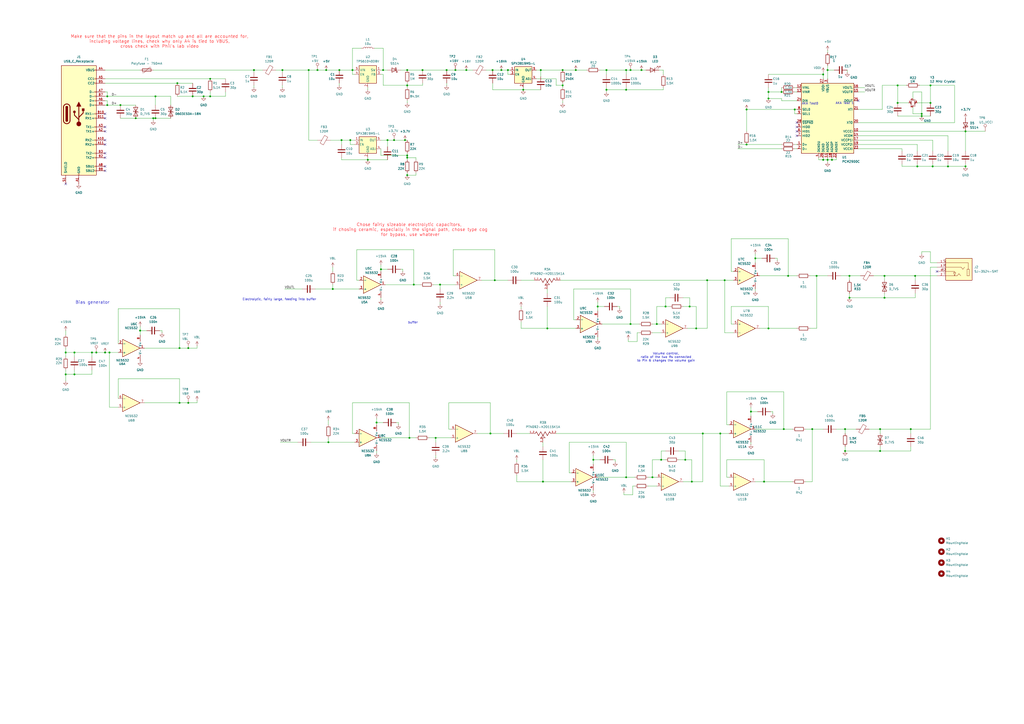
<source format=kicad_sch>
(kicad_sch (version 20250114) (generator "eeschema") (generator_version "9.0")
  (paper "A2")
  (text "Chose fairly sizeable electrolytic capacitors, \nif chosing ceramic, especially in the signal path, chose type cog\nfor bypass, use whatever" (at 237.998 133.35 0) (effects (font (size 1.778 1.778))))
  (text "AKA Test 1\n" (at 489.966 59.944 0) (effects (font (size 1.27 1.27))))
  (text "buffer\n" (at 239.522 187.198 0) (effects (font (size 1.27 1.27))))
  (text "Bias generator \n" (at 54.356 175.514 0) (effects (font (size 1.778 1.778))))
  (text "Electrolytic, fairly large, feeding into buffer\n" (at 162.052 173.736 0) (effects (font (size 1.27 1.27))))
  (text "Make sure that the pins in the layout match up and all are accounted for, \nincluding voltage lines, check why only A4 is tied to VBUS, \ncross check with Phil's lab video \n" (at 93.218 24.13 0) (effects (font (size 1.778 1.778))))
  (text "AKA Test0\n" (at 469.9 60.198 0) (effects (font (size 1.27 1.27))))
  (text "Volume control, \nratio of the two Rs connected \nto Pin 6 changes the volume gain \n" (at 386.842 207.264 0) (effects (font (size 1.27 1.27))))
  (junction (at 204.47 40.64))
  (junction (at 109.22 201.93))
  (junction (at 346.71 177.8))
  (junction (at 445.77 57.15))
  (junction (at 236.22 49.53))
  (junction (at 220.98 156.21))
  (junction (at 245.11 40.64))
  (junction (at 313.69 40.64))
  (junction (at 492.76 160.02))
  (junction (at 38.1 204.47))
  (junction (at 118.11 55.88))
  (junction (at 541.02 96.52))
  (junction (at 240.03 165.1))
  (junction (at 62.23 55.88))
  (junction (at 490.22 248.92))
  (junction (at 90.17 68.58))
  (junction (at 224.79 81.28))
  (junction (at 549.91 96.52))
  (junction (at 189.23 40.64))
  (junction (at 190.5 256.54))
  (junction (at 471.17 248.92))
  (junction (at 184.15 40.64))
  (junction (at 102.87 48.26))
  (junction (at 513.08 160.02))
  (junction (at 445.77 190.5))
  (junction (at 461.01 63.5))
  (junction (at 477.52 43.18))
  (junction (at 520.7 49.53))
  (junction (at 453.39 53.34))
  (junction (at 236.22 91.44))
  (junction (at 397.51 266.7))
  (junction (at 104.14 233.68))
  (junction (at 90.17 55.88))
  (junction (at 290.83 40.64))
  (junction (at 417.83 251.46))
  (junction (at 351.79 52.07))
  (junction (at 111.76 55.88))
  (junction (at 560.07 96.52))
  (junction (at 454.66 248.92))
  (junction (at 222.25 40.64))
  (junction (at 179.07 40.64))
  (junction (at 60.96 204.47))
  (junction (at 196.85 40.64))
  (junction (at 445.77 53.34))
  (junction (at 363.22 40.64))
  (junction (at 435.61 238.76))
  (junction (at 492.76 172.72))
  (junction (at 270.51 40.64))
  (junction (at 400.05 177.8))
  (junction (at 121.92 45.72))
  (junction (at 104.14 201.93))
  (junction (at 520.7 59.69))
  (junction (at 383.54 266.7))
  (junction (at 534.67 66.04))
  (junction (at 228.6 81.28))
  (junction (at 334.01 40.64))
  (junction (at 351.79 40.64))
  (junction (at 237.49 254))
  (junction (at 530.86 160.02))
  (junction (at 147.32 40.64))
  (junction (at 457.2 160.02))
  (junction (at 264.16 40.64))
  (junction (at 287.02 162.56))
  (junction (at 482.6 92.71))
  (junction (at 285.75 40.64))
  (junction (at 534.67 67.31))
  (junction (at 234.95 81.28))
  (junction (at 365.76 40.64))
  (junction (at 477.52 92.71))
  (junction (at 252.73 254))
  (junction (at 410.21 162.56))
  (junction (at 363.22 276.86))
  (junction (at 43.18 204.47))
  (junction (at 326.39 40.64))
  (junction (at 326.39 49.53))
  (junction (at 401.32 279.4))
  (junction (at 433.07 63.5))
  (junction (at 344.17 266.7))
  (junction (at 510.54 248.92))
  (junction (at 203.2 81.28))
  (junction (at 109.22 233.68))
  (junction (at 510.54 261.62))
  (junction (at 473.71 160.02))
  (junction (at 528.32 248.92))
  (junction (at 236.22 101.6))
  (junction (at 372.11 40.64))
  (junction (at 236.22 90.17))
  (junction (at 513.08 172.72))
  (junction (at 53.34 204.47))
  (junction (at 294.64 40.64))
  (junction (at 255.27 165.1))
  (junction (at 433.07 83.82))
  (junction (at 163.83 40.64))
  (junction (at 43.18 217.17))
  (junction (at 443.23 279.4))
  (junction (at 560.07 76.2))
  (junction (at 420.37 162.56))
  (junction (at 480.06 92.71))
  (junction (at 218.44 245.11))
  (junction (at 88.9 68.58))
  (junction (at 365.76 187.96))
  (junction (at 284.48 251.46))
  (junction (at 121.92 55.88))
  (junction (at 539.75 49.53))
  (junction (at 81.28 191.77))
  (junction (at 363.22 52.07))
  (junction (at 438.15 149.86))
  (junction (at 490.22 261.62))
  (junction (at 403.86 190.5))
  (junction (at 62.23 60.96))
  (junction (at 259.08 40.64))
  (junction (at 193.04 167.64))
  (junction (at 532.13 96.52))
  (junction (at 378.46 276.86))
  (junction (at 480.06 40.64))
  (junction (at 407.67 251.46))
  (junction (at 381 187.96))
  (junction (at 539.75 59.69))
  (junction (at 63.5 204.47))
  (junction (at 317.5 190.5))
  (junction (at 314.96 279.4))
  (junction (at 38.1 217.17))
  (junction (at 386.08 177.8))
  (junction (at 198.12 81.28))
  (junction (at 213.36 92.71))
  (junction (at 78.74 68.58))
  (junction (at 303.53 52.07))
  (junction (at 69.85 60.96))
  (junction (at 55.88 204.47))
  (junction (at 236.22 40.64))
  (no_connect (at 60.96 66.04))
  (no_connect (at 60.96 96.52))
  (no_connect (at 462.28 76.2))
  (no_connect (at 38.1 106.68))
  (no_connect (at 60.96 99.06))
  (no_connect (at 60.96 76.2))
  (no_connect (at 60.96 73.66))
  (no_connect (at 60.96 88.9))
  (no_connect (at 60.96 68.58))
  (no_connect (at 60.96 81.28))
  (no_connect (at 462.28 73.66))
  (no_connect (at 462.28 71.12))
  (no_connect (at 543.56 157.48))
  (no_connect (at 60.96 83.82))
  (no_connect (at 497.84 58.42))
  (no_connect (at 462.28 78.74))
  (no_connect (at 60.96 91.44))
  (wire (pts (xy 534.67 146.05) (xy 534.67 147.32)))
  (wire (pts (xy 104.14 179.07) (xy 104.14 201.93)))
  (wire (pts (xy 190.5 243.84) (xy 190.5 246.38)))
  (wire (pts (xy 511.81 49.53) (xy 520.7 49.53)))
  (wire (pts (xy 88.9 40.64) (xy 147.32 40.64)))
  (wire (pts (xy 530.86 160.02) (xy 530.86 162.56)))
  (wire (pts (xy 262.89 160.02) (xy 262.89 144.78)))
  (wire (pts (xy 532.13 59.69) (xy 539.75 59.69)))
  (wire (pts (xy 425.45 187.96) (xy 424.18 187.96)))
  (wire (pts (xy 330.2 256.54) (xy 363.22 256.54)))
  (wire (pts (xy 163.83 40.64) (xy 163.83 41.91)))
  (wire (pts (xy 530.86 170.18) (xy 530.86 172.72)))
  (wire (pts (xy 43.18 204.47) (xy 43.18 207.01)))
  (wire (pts (xy 356.87 266.7) (xy 356.87 267.97)))
  (wire (pts (xy 93.98 193.04) (xy 93.98 191.77)))
  (wire (pts (xy 359.41 177.8) (xy 359.41 179.07)))
  (wire (pts (xy 396.24 279.4) (xy 401.32 279.4)))
  (wire (pts (xy 104.14 233.68) (xy 109.22 233.68)))
  (wire (pts (xy 241.3 101.6) (xy 241.3 100.33)))
  (wire (pts (xy 313.69 52.07) (xy 303.53 52.07)))
  (wire (pts (xy 252.73 254) (xy 261.62 254)))
  (wire (pts (xy 220.98 156.21) (xy 220.98 157.48)))
  (wire (pts (xy 344.17 266.7) (xy 347.98 266.7)))
  (wire (pts (xy 549.91 95.25) (xy 549.91 96.52)))
  (wire (pts (xy 53.34 204.47) (xy 53.34 207.01)))
  (wire (pts (xy 560.07 96.52) (xy 560.07 95.25)))
  (wire (pts (xy 528.32 248.92) (xy 539.75 248.92)))
  (wire (pts (xy 62.23 55.88) (xy 90.17 55.88)))
  (wire (pts (xy 490.22 248.92) (xy 496.57 248.92)))
  (wire (pts (xy 43.18 214.63) (xy 43.18 217.17)))
  (wire (pts (xy 313.69 40.64) (xy 326.39 40.64)))
  (wire (pts (xy 421.64 276.86) (xy 421.64 266.7)))
  (wire (pts (xy 438.15 149.86) (xy 441.96 149.86)))
  (wire (pts (xy 461.01 83.82) (xy 462.28 83.82)))
  (wire (pts (xy 358.14 177.8) (xy 359.41 177.8)))
  (wire (pts (xy 240.03 144.78) (xy 207.01 144.78)))
  (wire (pts (xy 523.24 95.25) (xy 523.24 96.52)))
  (wire (pts (xy 163.83 50.8) (xy 163.83 49.53)))
  (wire (pts (xy 398.78 190.5) (xy 403.86 190.5)))
  (wire (pts (xy 513.08 160.02) (xy 530.86 160.02)))
  (wire (pts (xy 462.28 63.5) (xy 461.01 63.5)))
  (wire (pts (xy 396.24 172.72) (xy 400.05 172.72)))
  (wire (pts (xy 63.5 236.22) (xy 63.5 204.47)))
  (wire (pts (xy 407.67 279.4) (xy 401.32 279.4)))
  (wire (pts (xy 367.03 281.94) (xy 367.03 287.02)))
  (wire (pts (xy 440.69 160.02) (xy 457.2 160.02)))
  (wire (pts (xy 435.61 238.76) (xy 439.42 238.76)))
  (wire (pts (xy 490.22 261.62) (xy 490.22 259.08)))
  (wire (pts (xy 198.12 81.28) (xy 198.12 83.82)))
  (wire (pts (xy 184.15 40.64) (xy 189.23 40.64)))
  (wire (pts (xy 111.76 55.88) (xy 118.11 55.88)))
  (wire (pts (xy 179.07 81.28) (xy 184.15 81.28)))
  (wire (pts (xy 236.22 48.26) (xy 236.22 49.53)))
  (wire (pts (xy 220.98 156.21) (xy 224.79 156.21)))
  (wire (pts (xy 60.96 40.64) (xy 81.28 40.64)))
  (wire (pts (xy 477.52 92.71) (xy 480.06 92.71)))
  (wire (pts (xy 467.36 279.4) (xy 471.17 279.4)))
  (wire (pts (xy 363.22 50.8) (xy 363.22 52.07)))
  (wire (pts (xy 448.31 238.76) (xy 448.31 240.03)))
  (wire (pts (xy 313.69 40.64) (xy 313.69 44.45)))
  (wire (pts (xy 363.22 52.07) (xy 384.81 52.07)))
  (wire (pts (xy 534.67 53.34) (xy 534.67 66.04)))
  (wire (pts (xy 480.06 93.98) (xy 480.06 92.71)))
  (wire (pts (xy 427.99 86.36) (xy 453.39 86.36)))
  (wire (pts (xy 222.25 43.18) (xy 222.25 49.53)))
  (wire (pts (xy 260.35 233.68) (xy 284.48 233.68)))
  (wire (pts (xy 450.85 149.86) (xy 450.85 151.13)))
  (wire (pts (xy 236.22 58.42) (xy 236.22 59.69)))
  (wire (pts (xy 422.91 276.86) (xy 421.64 276.86)))
  (wire (pts (xy 232.41 40.64) (xy 236.22 40.64)))
  (wire (pts (xy 539.75 49.53) (xy 539.75 59.69)))
  (wire (pts (xy 121.92 55.88) (xy 118.11 55.88)))
  (wire (pts (xy 480.06 38.1) (xy 480.06 40.64)))
  (wire (pts (xy 204.47 233.68) (xy 204.47 251.46)))
  (wire (pts (xy 386.08 266.7) (xy 383.54 266.7)))
  (wire (pts (xy 461.01 63.5) (xy 433.07 63.5)))
  (wire (pts (xy 532.13 87.63) (xy 532.13 83.82)))
  (wire (pts (xy 482.6 92.71) (xy 480.06 92.71)))
  (wire (pts (xy 99.06 55.88) (xy 90.17 55.88)))
  (wire (pts (xy 425.45 193.04) (xy 420.37 193.04)))
  (wire (pts (xy 497.84 83.82) (xy 532.13 83.82)))
  (wire (pts (xy 384.81 40.64) (xy 382.27 40.64)))
  (wire (pts (xy 326.39 59.69) (xy 326.39 58.42)))
  (wire (pts (xy 445.77 177.8) (xy 445.77 190.5)))
  (wire (pts (xy 63.5 204.47) (xy 68.58 204.47)))
  (wire (pts (xy 236.22 101.6) (xy 241.3 101.6)))
  (wire (pts (xy 204.47 40.64) (xy 205.74 40.64)))
  (wire (pts (xy 90.17 68.58) (xy 99.06 68.58)))
  (wire (pts (xy 457.2 160.02) (xy 457.2 138.43)))
  (wire (pts (xy 386.08 177.8) (xy 381 177.8)))
  (wire (pts (xy 325.12 162.56) (xy 410.21 162.56)))
  (wire (pts (xy 322.58 49.53) (xy 326.39 49.53)))
  (wire (pts (xy 198.12 92.71) (xy 213.36 92.71)))
  (wire (pts (xy 62.23 53.34) (xy 62.23 55.88)))
  (wire (pts (xy 147.32 41.91) (xy 147.32 40.64)))
  (wire (pts (xy 506.73 160.02) (xy 513.08 160.02)))
  (wire (pts (xy 417.83 251.46) (xy 422.91 251.46)))
  (wire (pts (xy 38.1 214.63) (xy 38.1 217.17)))
  (wire (pts (xy 344.17 264.16) (xy 344.17 266.7)))
  (wire (pts (xy 311.15 45.72) (xy 322.58 45.72)))
  (wire (pts (xy 363.22 256.54) (xy 363.22 276.86)))
  (wire (pts (xy 236.22 91.44) (xy 236.22 92.71)))
  (wire (pts (xy 276.86 251.46) (xy 284.48 251.46)))
  (wire (pts (xy 220.98 153.67) (xy 220.98 156.21)))
  (wire (pts (xy 240.03 165.1) (xy 243.84 165.1)))
  (wire (pts (xy 228.6 81.28) (xy 234.95 81.28)))
  (wire (pts (xy 461.01 50.8) (xy 462.28 50.8)))
  (wire (pts (xy 193.04 167.64) (xy 193.04 165.1)))
  (wire (pts (xy 102.87 48.26) (xy 111.76 48.26)))
  (wire (pts (xy 81.28 191.77) (xy 85.09 191.77)))
  (wire (pts (xy 474.98 91.44) (xy 474.98 92.71)))
  (wire (pts (xy 528.32 248.92) (xy 528.32 251.46)))
  (wire (pts (xy 374.65 40.64) (xy 372.11 40.64)))
  (wire (pts (xy 147.32 40.64) (xy 152.4 40.64)))
  (wire (pts (xy 487.68 160.02) (xy 492.76 160.02)))
  (wire (pts (xy 492.76 172.72) (xy 513.08 172.72)))
  (wire (pts (xy 549.91 87.63) (xy 549.91 78.74)))
  (wire (pts (xy 311.15 40.64) (xy 313.69 40.64)))
  (wire (pts (xy 43.18 204.47) (xy 53.34 204.47)))
  (wire (pts (xy 351.79 52.07) (xy 363.22 52.07)))
  (wire (pts (xy 334.01 185.42) (xy 332.74 185.42)))
  (wire (pts (xy 421.64 266.7) (xy 443.23 266.7)))
  (wire (pts (xy 541.02 87.63) (xy 541.02 81.28)))
  (wire (pts (xy 236.22 49.53) (xy 245.11 49.53)))
  (wire (pts (xy 331.47 274.32) (xy 330.2 274.32)))
  (wire (pts (xy 351.79 52.07) (xy 351.79 50.8)))
  (wire (pts (xy 447.04 238.76) (xy 448.31 238.76)))
  (wire (pts (xy 396.24 177.8) (xy 400.05 177.8)))
  (wire (pts (xy 222.25 40.64) (xy 220.98 40.64)))
  (wire (pts (xy 314.96 279.4) (xy 331.47 279.4)))
  (wire (pts (xy 229.87 245.11) (xy 231.14 245.11)))
  (wire (pts (xy 438.15 248.92) (xy 454.66 248.92)))
  (wire (pts (xy 163.83 40.64) (xy 179.07 40.64)))
  (wire (pts (xy 295.91 43.18) (xy 294.64 43.18)))
  (wire (pts (xy 435.61 257.81) (xy 435.61 256.54)))
  (wire (pts (xy 378.46 276.86) (xy 381 276.86)))
  (wire (pts (xy 445.77 50.8) (xy 445.77 53.34)))
  (wire (pts (xy 279.4 162.56) (xy 287.02 162.56)))
  (wire (pts (xy 386.08 172.72) (xy 386.08 177.8)))
  (wire (pts (xy 285.75 40.64) (xy 290.83 40.64)))
  (wire (pts (xy 302.26 162.56) (xy 309.88 162.56)))
  (wire (pts (xy 445.77 190.5) (xy 462.28 190.5)))
  (wire (pts (xy 462.28 66.04) (xy 461.01 66.04)))
  (wire (pts (xy 445.77 43.18) (xy 477.52 43.18)))
  (wire (pts (xy 62.23 58.42) (xy 62.23 60.96)))
  (wire (pts (xy 453.39 50.8) (xy 453.39 53.34)))
  (wire (pts (xy 330.2 274.32) (xy 330.2 256.54)))
  (wire (pts (xy 440.69 190.5) (xy 445.77 190.5)))
  (wire (pts (xy 560.07 76.2) (xy 571.5 76.2)))
  (wire (pts (xy 553.72 71.12) (xy 553.72 49.53)))
  (wire (pts (xy 299.72 251.46) (xy 307.34 251.46)))
  (wire (pts (xy 179.07 81.28) (xy 179.07 40.64)))
  (wire (pts (xy 121.92 55.88) (xy 130.81 55.88)))
  (wire (pts (xy 533.4 49.53) (xy 539.75 49.53)))
  (wire (pts (xy 534.67 66.04) (xy 529.59 66.04)))
  (wire (pts (xy 224.79 81.28) (xy 228.6 81.28)))
  (wire (pts (xy 204.47 43.18) (xy 204.47 40.64)))
  (wire (pts (xy 165.1 167.64) (xy 175.26 167.64)))
  (wire (pts (xy 427.99 83.82) (xy 433.07 83.82)))
  (wire (pts (xy 196.85 40.64) (xy 204.47 40.64)))
  (wire (pts (xy 236.22 40.64) (xy 245.11 40.64)))
  (wire (pts (xy 90.17 68.58) (xy 88.9 68.58)))
  (wire (pts (xy 102.87 55.88) (xy 111.76 55.88)))
  (wire (pts (xy 53.34 204.47) (xy 55.88 204.47)))
  (wire (pts (xy 438.15 147.32) (xy 438.15 149.86)))
  (wire (pts (xy 510.54 248.92) (xy 528.32 248.92)))
  (wire (pts (xy 492.76 160.02) (xy 492.76 162.56)))
  (wire (pts (xy 420.37 162.56) (xy 420.37 193.04)))
  (wire (pts (xy 121.92 45.72) (xy 130.81 45.72)))
  (wire (pts (xy 83.82 201.93) (xy 104.14 201.93)))
  (wire (pts (xy 351.79 40.64) (xy 351.79 43.18)))
  (wire (pts (xy 207.01 144.78) (xy 207.01 162.56)))
  (wire (pts (xy 438.15 279.4) (xy 443.23 279.4)))
  (wire (pts (xy 443.23 266.7) (xy 443.23 279.4)))
  (wire (pts (xy 477.52 43.18) (xy 477.52 45.72)))
  (wire (pts (xy 363.22 276.86) (xy 368.3 276.86)))
  (wire (pts (xy 433.07 63.5) (xy 433.07 76.2)))
  (wire (pts (xy 513.08 170.18) (xy 513.08 172.72)))
  (wire (pts (xy 525.78 49.53) (xy 520.7 49.53)))
  (wire (pts (xy 294.64 40.64) (xy 295.91 40.64)))
  (wire (pts (xy 220.98 43.18) (xy 222.25 43.18)))
  (wire (pts (xy 114.3 233.68) (xy 114.3 232.41)))
  (wire (pts (xy 529.59 53.34) (xy 529.59 57.15)))
  (wire (pts (xy 539.75 49.53) (xy 553.72 49.53)))
  (wire (pts (xy 53.34 217.17) (xy 43.18 217.17)))
  (wire (pts (xy 485.14 92.71) (xy 482.6 92.71)))
  (wire (pts (xy 322.58 251.46) (xy 407.67 251.46)))
  (wire (pts (xy 369.57 198.12) (xy 364.49 198.12)))
  (wire (pts (xy 457.2 138.43) (xy 424.18 138.43)))
  (wire (pts (xy 438.15 168.91) (xy 438.15 167.64)))
  (wire (pts (xy 520.7 67.31) (xy 534.67 67.31)))
  (wire (pts (xy 445.77 53.34) (xy 453.39 53.34)))
  (wire (pts (xy 218.44 245.11) (xy 222.25 245.11)))
  (wire (pts (xy 205.74 43.18) (xy 204.47 43.18)))
  (wire (pts (xy 381 187.96) (xy 383.54 187.96)))
  (wire (pts (xy 365.76 187.96) (xy 370.84 187.96)))
  (wire (pts (xy 346.71 196.85) (xy 346.71 195.58)))
  (wire (pts (xy 381 177.8) (xy 381 187.96)))
  (wire (pts (xy 314.96 266.7) (xy 314.96 279.4)))
  (wire (pts (xy 241.3 92.71) (xy 241.3 91.44)))
  (wire (pts (xy 467.36 248.92) (xy 471.17 248.92)))
  (wire (pts (xy 218.44 245.11) (xy 218.44 246.38)))
  (wire (pts (xy 60.96 60.96) (xy 62.23 60.96)))
  (wire (pts (xy 332.74 167.64) (xy 365.76 167.64)))
  (wire (pts (xy 453.39 57.15) (xy 445.77 57.15)))
  (wire (pts (xy 237.49 233.68) (xy 204.47 233.68)))
  (wire (pts (xy 262.89 160.02) (xy 264.16 160.02)))
  (wire (pts (xy 435.61 236.22) (xy 435.61 238.76)))
  (wire (pts (xy 213.36 92.71) (xy 213.36 91.44)))
  (wire (pts (xy 386.08 261.62) (xy 383.54 261.62)))
  (wire (pts (xy 410.21 162.56) (xy 420.37 162.56)))
  (wire (pts (xy 60.96 48.26) (xy 102.87 48.26)))
  (wire (pts (xy 510.54 259.08) (xy 510.54 261.62)))
  (wire (pts (xy 60.96 58.42) (xy 62.23 58.42)))
  (wire (pts (xy 303.53 52.07) (xy 303.53 50.8)))
  (wire (pts (xy 497.84 71.12) (xy 553.72 71.12)))
  (wire (pts (xy 60.96 204.47) (xy 63.5 204.47)))
  (wire (pts (xy 224.79 81.28) (xy 224.79 85.09)))
  (wire (pts (xy 259.08 48.26) (xy 259.08 49.53)))
  (wire (pts (xy 314.96 256.54) (xy 314.96 259.08)))
  (wire (pts (xy 218.44 242.57) (xy 218.44 245.11)))
  (wire (pts (xy 233.68 156.21) (xy 233.68 157.48)))
  (wire (pts (xy 68.58 236.22) (xy 63.5 236.22)))
  (wire (pts (xy 473.71 160.02) (xy 473.71 190.5)))
  (wire (pts (xy 497.84 86.36) (xy 523.24 86.36)))
  (wire (pts (xy 474.98 92.71) (xy 477.52 92.71)))
  (wire (pts (xy 480.06 92.71) (xy 480.06 91.44)))
  (wire (pts (xy 473.71 160.02) (xy 480.06 160.02)))
  (wire (pts (xy 424.18 138.43) (xy 424.18 157.48)))
  (wire (pts (xy 383.54 261.62) (xy 383.54 266.7)))
  (wire (pts (xy 523.24 87.63) (xy 523.24 86.36)))
  (wire (pts (xy 236.22 90.17) (xy 236.22 91.44)))
  (wire (pts (xy 332.74 185.42) (xy 332.74 167.64)))
  (wire (pts (xy 260.35 248.92) (xy 261.62 248.92)))
  (wire (pts (xy 420.37 162.56) (xy 425.45 162.56)))
  (wire (pts (xy 285.75 52.07) (xy 303.53 52.07)))
  (wire (pts (xy 453.39 58.42) (xy 453.39 57.15)))
  (wire (pts (xy 68.58 219.71) (xy 104.14 219.71)))
  (wire (pts (xy 203.2 83.82) (xy 203.2 81.28)))
  (wire (pts (xy 223.52 165.1) (xy 240.03 165.1)))
  (wire (pts (xy 198.12 91.44) (xy 198.12 92.71)))
  (wire (pts (xy 69.85 60.96) (xy 78.74 60.96)))
  (wire (pts (xy 322.58 45.72) (xy 322.58 49.53)))
  (wire (pts (xy 68.58 179.07) (xy 68.58 199.39)))
  (wire (pts (xy 492.76 160.02) (xy 499.11 160.02)))
  (wire (pts (xy 69.85 68.58) (xy 78.74 68.58)))
  (wire (pts (xy 299.72 266.7) (xy 299.72 267.97)))
  (wire (pts (xy 480.06 40.64) (xy 483.87 40.64)))
  (wire (pts (xy 38.1 217.17) (xy 38.1 220.98)))
  (wire (pts (xy 365.76 40.64) (xy 372.11 40.64)))
  (wire (pts (xy 236.22 101.6) (xy 236.22 100.33)))
  (wire (pts (xy 520.7 49.53) (xy 520.7 59.69)))
  (wire (pts (xy 317.5 190.5) (xy 334.01 190.5)))
  (wire (pts (xy 355.6 266.7) (xy 356.87 266.7)))
  (wire (pts (xy 302.26 190.5) (xy 317.5 190.5)))
  (wire (pts (xy 421.64 227.33) (xy 421.64 246.38)))
  (wire (pts (xy 351.79 53.34) (xy 351.79 52.07)))
  (wire (pts (xy 232.41 156.21) (xy 233.68 156.21)))
  (wire (pts (xy 403.86 177.8) (xy 403.86 190.5)))
  (wire (pts (xy 53.34 214.63) (xy 53.34 217.17)))
  (wire (pts (xy 81.28 191.77) (xy 81.28 194.31)))
  (wire (pts (xy 104.14 179.07) (xy 68.58 179.07)))
  (wire (pts (xy 346.71 276.86) (xy 363.22 276.86)))
  (wire (pts (xy 513.08 160.02) (xy 513.08 162.56)))
  (wire (pts (xy 252.73 254) (xy 252.73 256.54)))
  (wire (pts (xy 220.98 173.99) (xy 220.98 172.72)))
  (wire (pts (xy 539.75 154.94) (xy 539.75 248.92)))
  (wire (pts (xy 344.17 266.7) (xy 344.17 269.24)))
  (wire (pts (xy 492.76 172.72) (xy 492.76 170.18)))
  (wire (pts (xy 193.04 167.64) (xy 208.28 167.64)))
  (wire (pts (xy 369.57 193.04) (xy 370.84 193.04)))
  (wire (pts (xy 302.26 177.8) (xy 302.26 179.07)))
  (wire (pts (xy 367.03 287.02) (xy 361.95 287.02)))
  (wire (pts (xy 363.22 40.64) (xy 365.76 40.64)))
  (wire (pts (xy 204.47 251.46) (xy 205.74 251.46)))
  (wire (pts (xy 302.26 186.69) (xy 302.26 190.5)))
  (wire (pts (xy 60.96 45.72) (xy 121.92 45.72)))
  (wire (pts (xy 541.02 96.52) (xy 549.91 96.52)))
  (wire (pts (xy 255.27 165.1) (xy 264.16 165.1)))
  (wire (pts (xy 482.6 91.44) (xy 482.6 92.71)))
  (wire (pts (xy 363.22 40.64) (xy 363.22 43.18)))
  (wire (pts (xy 90.17 55.88) (xy 90.17 60.96)))
  (wire (pts (xy 220.98 90.17) (xy 236.22 90.17)))
  (wire (pts (xy 349.25 187.96) (xy 365.76 187.96)))
  (wire (pts (xy 365.76 167.64) (xy 365.76 187.96)))
  (wire (pts (xy 182.88 167.64) (xy 193.04 167.64)))
  (wire (pts (xy 497.84 81.28) (xy 541.02 81.28)))
  (wire (pts (xy 477.52 91.44) (xy 477.52 92.71)))
  (wire (pts (xy 520.7 59.69) (xy 527.05 59.69)))
  (wire (pts (xy 346.71 177.8) (xy 350.52 177.8)))
  (wire (pts (xy 367.03 281.94) (xy 368.3 281.94)))
  (wire (pts (xy 410.21 190.5) (xy 403.86 190.5)))
  (wire (pts (xy 397.51 261.62) (xy 397.51 266.7)))
  (wire (pts (xy 528.32 259.08) (xy 528.32 261.62)))
  (wire (pts (xy 220.98 254) (xy 237.49 254)))
  (wire (pts (xy 231.14 245.11) (xy 231.14 246.38)))
  (wire (pts (xy 378.46 266.7) (xy 378.46 276.86)))
  (wire (pts (xy 104.14 201.93) (xy 109.22 201.93)))
  (wire (pts (xy 485.14 248.92) (xy 490.22 248.92)))
  (wire (pts (xy 88.9 68.58) (xy 88.9 69.85)))
  (wire (pts (xy 234.95 81.28) (xy 236.22 81.28)))
  (wire (pts (xy 251.46 165.1) (xy 255.27 165.1)))
  (wire (pts (xy 388.62 172.72) (xy 386.08 172.72)))
  (wire (pts (xy 530.86 172.72) (xy 513.08 172.72)))
  (wire (pts (xy 471.17 248.92) (xy 471.17 279.4)))
  (wire (pts (xy 388.62 177.8) (xy 386.08 177.8)))
  (wire (pts (xy 43.18 217.17) (xy 38.1 217.17)))
  (wire (pts (xy 378.46 193.04) (xy 383.54 193.04)))
  (wire (pts (xy 497.84 53.34) (xy 501.65 53.34)))
  (wire (pts (xy 205.74 83.82) (xy 203.2 83.82)))
  (wire (pts (xy 344.17 285.75) (xy 344.17 284.48)))
  (wire (pts (xy 255.27 175.26) (xy 255.27 176.53)))
  (wire (pts (xy 424.18 187.96) (xy 424.18 177.8)))
  (wire (pts (xy 393.7 261.62) (xy 397.51 261.62)))
  (wire (pts (xy 421.64 246.38) (xy 422.91 246.38)))
  (wire (pts (xy 393.7 266.7) (xy 397.51 266.7)))
  (wire (pts (xy 255.27 165.1) (xy 255.27 167.64)))
  (wire (pts (xy 469.9 190.5) (xy 473.71 190.5)))
  (wire (pts (xy 121.92 55.88) (xy 121.92 53.34)))
  (wire (pts (xy 241.3 91.44) (xy 236.22 91.44)))
  (wire (pts (xy 461.01 53.34) (xy 462.28 53.34)))
  (wire (pts (xy 471.17 248.92) (xy 477.52 248.92)))
  (wire (pts (xy 213.36 52.07) (xy 213.36 50.8)))
  (wire (pts (xy 351.79 40.64) (xy 363.22 40.64)))
  (wire (pts (xy 99.06 60.96) (xy 99.06 55.88)))
  (wire (pts (xy 68.58 231.14) (xy 68.58 219.71)))
  (wire (pts (xy 530.86 160.02) (xy 543.56 160.02)))
  (wire (pts (xy 60.96 53.34) (xy 62.23 53.34)))
  (wire (pts (xy 179.07 40.64) (xy 184.15 40.64)))
  (wire (pts (xy 81.28 189.23) (xy 81.28 191.77)))
  (wire (pts (xy 346.71 175.26) (xy 346.71 177.8)))
  (wire (pts (xy 38.1 204.47) (xy 38.1 207.01)))
  (wire (pts (xy 497.84 76.2) (xy 560.07 76.2)))
  (wire (pts (xy 510.54 248.92) (xy 510.54 251.46)))
  (wire (pts (xy 213.36 92.71) (xy 224.79 92.71)))
  (wire (pts (xy 400.05 172.72) (xy 400.05 177.8)))
  (wire (pts (xy 83.82 233.68) (xy 104.14 233.68)))
  (wire (pts (xy 433.07 83.82) (xy 453.39 83.82)))
  (wire (pts (xy 485.14 91.44) (xy 485.14 92.71)))
  (wire (pts (xy 449.58 149.86) (xy 450.85 149.86)))
  (wire (pts (xy 264.16 40.64) (xy 270.51 40.64)))
  (wire (pts (xy 236.22 49.53) (xy 236.22 50.8)))
  (wire (pts (xy 407.67 251.46) (xy 407.67 279.4)))
  (wire (pts (xy 424.18 177.8) (xy 445.77 177.8)))
  (wire (pts (xy 190.5 256.54) (xy 190.5 254)))
  (wire (pts (xy 438.15 149.86) (xy 438.15 152.4)))
  (wire (pts (xy 248.92 254) (xy 252.73 254)))
  (wire (pts (xy 539.75 152.4) (xy 539.75 146.05)))
  (wire (pts (xy 78.74 68.58) (xy 88.9 68.58)))
  (wire (pts (xy 384.81 50.8) (xy 384.81 52.07)))
  (wire (pts (xy 190.5 256.54) (xy 205.74 256.54)))
  (wire (pts (xy 114.3 201.93) (xy 114.3 200.66)))
  (wire (pts (xy 260.35 248.92) (xy 260.35 233.68)))
  (wire (pts (xy 237.49 254) (xy 237.49 233.68)))
  (wire (pts (xy 270.51 40.64) (xy 274.32 40.64)))
  (wire (pts (xy 549.91 96.52) (xy 560.07 96.52)))
  (wire (pts (xy 534.67 67.31) (xy 534.67 66.04)))
  (wire (pts (xy 497.84 50.8) (xy 501.65 50.8)))
  (wire (pts (xy 196.85 49.53) (xy 196.85 48.26)))
  (wire (pts (xy 93.98 191.77) (xy 92.71 191.77)))
  (wire (pts (xy 317.5 167.64) (xy 317.5 170.18)))
  (wire (pts (xy 162.56 256.54) (xy 172.72 256.54)))
  (wire (pts (xy 193.04 154.94) (xy 193.04 157.48)))
  (wire (pts (xy 424.18 157.48) (xy 425.45 157.48)))
  (wire (pts (xy 237.49 254) (xy 241.3 254)))
  (wire (pts (xy 326.39 40.64) (xy 334.01 40.64)))
  (wire (pts (xy 180.34 256.54) (xy 190.5 256.54)))
  (wire (pts (xy 130.81 55.88) (xy 130.81 53.34)))
  (wire (pts (xy 397.51 266.7) (xy 401.32 266.7)))
  (wire (pts (xy 285.75 48.26) (xy 285.75 52.07)))
  (wire (pts (xy 383.54 266.7) (xy 378.46 266.7)))
  (wire (pts (xy 407.67 251.46) (xy 417.83 251.46)))
  (wire (pts (xy 334.01 40.64) (xy 340.36 40.64)))
  (wire (pts (xy 347.98 40.64) (xy 351.79 40.64)))
  (wire (pts (xy 62.23 60.96) (xy 69.85 60.96)))
  (wire (pts (xy 287.02 144.78) (xy 287.02 162.56)))
  (wire (pts (xy 534.67 67.31) (xy 539.75 67.31)))
  (wire (pts (xy 104.14 219.71) (xy 104.14 233.68)))
  (wire (pts (xy 290.83 40.64) (xy 294.64 40.64)))
  (wire (pts (xy 198.12 81.28) (xy 203.2 81.28)))
  (wire (pts (xy 410.21 162.56) (xy 410.21 190.5)))
  (wire (pts (xy 38.1 204.47) (xy 43.18 204.47)))
  (wire (pts (xy 490.22 248.92) (xy 490.22 251.46)))
  (wire (pts (xy 55.88 204.47) (xy 60.96 204.47)))
  (wire (pts (xy 361.95 287.02) (xy 361.95 285.75)))
  (wire (pts (xy 326.39 49.53) (xy 326.39 50.8)))
  (wire (pts (xy 236.22 88.9) (xy 236.22 90.17)))
  (wire (pts (xy 491.49 41.91) (xy 491.49 40.64)))
  (wire (pts (xy 203.2 81.28) (xy 205.74 81.28)))
  (wire (pts (xy 252.73 264.16) (xy 252.73 265.43)))
  (wire (pts (xy 400.05 177.8) (xy 403.86 177.8)))
  (wire (pts (xy 346.71 177.8) (xy 346.71 180.34)))
  (wire (pts (xy 364.49 198.12) (xy 364.49 196.85)))
  (wire (pts (xy 326.39 48.26) (xy 326.39 49.53)))
  (wire (pts (xy 294.64 43.18) (xy 294.64 40.64)))
  (wire (pts (xy 461.01 66.04) (xy 461.01 63.5)))
  (wire (pts (xy 369.57 193.04) (xy 369.57 198.12)))
  (wire (pts (xy 523.24 96.52) (xy 532.13 96.52)))
  (wire (pts (xy 375.92 276.86) (xy 378.46 276.86)))
  (wire (pts (xy 284.48 251.46) (xy 292.1 251.46)))
  (wire (pts (xy 511.81 63.5) (xy 497.84 63.5)))
  (wire (pts (xy 477.52 41.91) (xy 477.52 43.18)))
  (wire (pts (xy 560.07 76.2) (xy 560.07 87.63)))
  (wire (pts (xy 191.77 81.28) (xy 198.12 81.28)))
  (wire (pts (xy 461.01 86.36) (xy 462.28 86.36)))
  (wire (pts (xy 435.61 238.76) (xy 435.61 241.3)))
  (wire (pts (xy 287.02 162.56) (xy 294.64 162.56)))
  (wire (pts (xy 375.92 281.94) (xy 381 281.94)))
  (wire (pts (xy 490.22 261.62) (xy 510.54 261.62)))
  (wire (pts (xy 220.98 81.28) (xy 224.79 81.28)))
  (wire (pts (xy 38.1 191.77) (xy 38.1 194.31)))
  (wire (pts (xy 160.02 40.64) (xy 163.83 40.64)))
  (wire (pts (xy 109.22 233.68) (xy 114.3 233.68)))
  (wire (pts (xy 189.23 40.64) (xy 196.85 40.64)))
  (wire (pts (xy 262.89 144.78) (xy 287.02 144.78)))
  (wire (pts (xy 469.9 160.02) (xy 473.71 160.02)))
  (wire (pts (xy 60.96 55.88) (xy 62.23 55.88)))
  (wire (pts (xy 384.81 43.18) (xy 384.81 40.64)))
  (wire (pts (xy 422.91 281.94) (xy 417.83 281.94)))
  (wire (pts (xy 147.32 50.8) (xy 147.32 49.53)))
  (wire (pts (xy 222.25 40.64) (xy 224.79 40.64)))
  (wire (pts (xy 281.94 40.64) (xy 285.75 40.64)))
  (wire (pts (xy 259.08 40.64) (xy 264.16 40.64)))
  (wire (pts (xy 541.02 95.25) (xy 541.02 96.52)))
  (wire (pts (xy 109.22 201.93) (xy 114.3 201.93)))
  (wire (pts (xy 218.44 262.89) (xy 218.44 261.62)))
  (wire (pts (xy 504.19 248.92) (xy 510.54 248.92)))
  (wire (pts (xy 453.39 58.42) (xy 462.28 58.42)))
  (wire (pts (xy 543.56 154.94) (xy 539.75 154.94)))
  (wire (pts (xy 457.2 160.02) (xy 462.28 160.02)))
  (wire (pts (xy 299.72 275.59) (xy 299.72 279.4)))
  (wire (pts (xy 454.66 227.33) (xy 421.64 227.33)))
  (wire (pts (xy 245.11 48.26) (xy 245.11 49.53)))
  (wire (pts (xy 317.5 177.8) (xy 317.5 190.5)))
  (wire (pts (xy 209.55 27.94) (xy 204.47 27.94)))
  (wire (pts (xy 417.83 251.46) (xy 417.83 281.94)))
  (wire (pts (xy 204.47 27.94) (xy 204.47 40.64)))
  (wire (pts (xy 222.25 27.94) (xy 222.25 40.64)))
  (wire (pts (xy 220.98 86.36) (xy 220.98 90.17)))
  (wire (pts (xy 378.46 187.96) (xy 381 187.96)))
  (wire (pts (xy 532.13 96.52) (xy 541.02 96.52)))
  (wire (pts (xy 529.59 53.34) (xy 534.67 53.34)))
  (wire (pts (xy 299.72 279.4) (xy 314.96 279.4)))
  (wire (pts (xy 511.81 49.53) (xy 511.81 63.5)))
  (wire (pts (xy 454.66 248.92) (xy 459.74 248.92)))
  (wire (pts (xy 217.17 27.94) (xy 222.25 27.94)))
  (wire (pts (xy 529.59 62.23) (xy 529.59 66.04)))
  (wire (pts (xy 454.66 248.92) (xy 454.66 227.33)))
  (wire (pts (xy 38.1 201.93) (xy 38.1 204.47)))
  (wire (pts (xy 222.25 49.53) (xy 236.22 49.53)))
  (wire (pts (xy 539.75 146.05) (xy 534.67 146.05)))
  (wire (pts (xy 401.32 266.7) (xy 401.32 279.4)))
  (wire (pts (xy 528.32 261.62) (xy 510.54 261.62)))
  (wire (pts (xy 443.23 279.4) (xy 459.74 279.4)))
  (wire (pts (xy 207.01 162.56) (xy 208.28 162.56)))
  (wire (pts (xy 480.06 30.48) (xy 480.06 29.21)))
  (wire (pts (xy 445.77 53.34) (xy 445.77 57.15)))
  (wire (pts (xy 240.03 165.1) (xy 240.03 144.78)))
  (wire (pts (xy 245.11 40.64) (xy 259.08 40.64)))
  (wire (pts (xy 480.06 40.64) (xy 480.06 45.72)))
  (wire (pts (xy 497.84 78.74) (xy 549.91 78.74)))
  (wire (pts (xy 284.48 233.68) (xy 284.48 251.46)))
  (wire (pts (xy 532.13 95.25) (xy 532.13 96.52)))
  (wire (pts (xy 543.56 152.4) (xy 539.75 152.4)))
  (label "D+" (at 427.99 83.82 0))
  (label "D-" (at 427.99 86.36 0))
  (label "D-" (at 64.77 55.88 0))
  (label "VOUTL" (at 501.65 50.8 0))
  (label "VOUTL" (at 165.1 167.64 0))
  (label "VOUTR" (at 162.56 256.54 0))
  (label "VOUTR" (at 501.65 53.34 0))
  (label "D+" (at 64.77 60.96 0))
  (symbol (lib_id "power:GND") (at 231.14 246.38 0) (unit 1)
    (property "Reference" "#PWR055" (effects (hide yes)))
    (property "Value" "GND" (at 231.14 251.46 0))
    (property "Description" "Power symbol creates a global label with name \"GND\" , ground" (effects (hide yes)))
  )
  (symbol (lib_id "power:+3.3V") (at 270.51 40.64 0) (unit 1)
    (property "Reference" "#PWR014" (effects (hide yes)))
    (property "Value" "+16V" (at 270.51 35.56 0))
    (property "Description" "Power symbol creates a global label with name \"+3.3V\"" (effects (hide yes)))
  )
  (symbol (lib_id "Device:C") (at 314.96 262.89 180) (unit 1)
    (property "Reference" "C41" (at 318.77 261.6199 0) (effects (justify right)))
    (property "Value" "100u" (at 318.77 264.1599 0) (effects (justify right)))
    (property "Footprint" "Capacitor_Tantalum_SMD:CP_EIA-7343-43_Kemet-X_HandSolder" (effects (hide yes)))
    (property "Description" "Unpolarized capacitor" (effects (hide yes)))
  )
  (symbol (lib_id "power:GND") (at 45.72 106.68 0) (unit 1)
    (property "Reference" "#PWR06" (effects (hide yes)))
    (property "Value" "GND" (at 45.72 111.76 0))
    (property "Description" "Power symbol creates a global label with name \"GND\" , ground" (effects (hide yes)))
  )
  (symbol (lib_id "Amplifier_Operational:NE5532") (at 388.62 279.4 0) (mirror x) (unit 2)
    (property "Reference" "U10" (at 388.62 289.56 0))
    (property "Value" "NE5532" (at 388.62 287.02 0))
    (property "Footprint" "Package_SO:SOIC-8_5.3x5.3mm_P1.27mm" (effects (hide yes)))
    (property "Datasheet" "http://www.ti.com/lit/ds/symlink/ne5532.pdf" (effects (hide yes)))
    (property "Description" "Dual Low-Noise Operational Amplifiers, DIP-8/SOIC-8" (effects (hide yes)))
  )
  (symbol (lib_id "power:GND") (at 491.49 41.91 0) (unit 1)
    (property "Reference" "#PWR026" (effects (hide yes)))
    (property "Value" "GND" (at 495.3 44.958 0))
    (property "Description" "Power symbol creates a global label with name \"GND\" , ground" (effects (hide yes)))
  )
  (symbol (lib_id "Mechanical:MountingHole") (at 546.1 326.39 0) (unit 1) (in_bom no)
    (property "Reference" "H3" (at 548.64 325.1199 0) (effects (justify left)))
    (property "Value" "MountingHole" (at 548.64 327.6599 0) (effects (justify left)))
    (property "Description" "Mounting Hole without connection" (effects (hide yes)))
  )
  (symbol (lib_id "power:+3.3V") (at 114.3 200.66 0) (unit 1)
    (property "Reference" "#PWR034" (effects (hide yes)))
    (property "Value" "VBL" (at 114.3 195.58 0))
    (property "Description" "Power symbol creates a global label with name \"+3.3V\"" (effects (hide yes)))
  )
  (symbol (lib_id "power:+3.3V") (at 290.83 40.64 0) (mirror y) (unit 1)
    (property "Reference" "#PWR021" (effects (hide yes)))
    (property "Value" "+16VA" (at 290.83 35.56 0))
    (property "Description" "Power symbol creates a global label with name \"+3.3V\"" (effects (hide yes)))
  )
  (symbol (lib_id "power:GND") (at 118.11 55.88 0) (unit 1)
    (property "Reference" "#PWR01" (effects (hide yes)))
    (property "Value" "GND" (at 118.11 60.96 0))
    (property "Description" "Power symbol creates a global label with name \"GND\" , ground" (effects (hide yes)))
  )
  (symbol (lib_id "Device:C") (at 483.87 160.02 90) (unit 1)
    (property "Reference" "C35" (at 483.87 152.4 90))
    (property "Value" "1000u" (at 483.87 154.94 90))
    (property "Footprint" "Capacitor_Tantalum_SMD:CP_EIA-7343-43_Kemet-X_HandSolder" (effects (hide yes)))
    (property "Description" "Unpolarized capacitor" (effects (hide yes)))
  )
  (symbol (lib_id "Device:C") (at 445.77 46.99 0) (unit 1)
    (property "Reference" "C16" (at 448.31 45.72 0) (effects (justify left)))
    (property "Value" "1u" (at 448.31 48.26 0) (effects (justify left)))
    (property "Footprint" "Capacitor_SMD:C_0603_1608Metric_Pad1.08x0.95mm_HandSolder" (effects (hide yes)))
    (property "Description" "Unpolarized capacitor" (effects (hide yes)))
  )
  (symbol (lib_id "power:GND") (at 490.22 261.62 0) (unit 1)
    (property "Reference" "#PWR065" (effects (hide yes)))
    (property "Value" "GND" (at 490.22 266.7 0))
    (property "Description" "Power symbol creates a global label with name \"GND\" , ground" (effects (hide yes)))
  )
  (symbol (lib_id "Device:FerriteBead") (at 278.13 40.64 90) (unit 1)
    (property "Reference" "FB2" (at 278.0792 33.02 90))
    (property "Value" "120R" (at 278.0792 35.56 90))
    (property "Footprint" "Resistor_SMD:R_0603_1608Metric_Pad0.98x0.95mm_HandSolder" (effects (hide yes)))
    (property "Description" "Ferrite bead" (effects (hide yes)))
  )
  (symbol (lib_id "Amplifier_Operational:NE5532") (at 339.09 276.86 0) (mirror x) (unit 1)
    (property "Reference" "U10" (at 339.09 287.02 0))
    (property "Value" "NE5532" (at 339.09 284.48 0))
    (property "Footprint" "Package_SO:SOIC-8_5.3x5.3mm_P1.27mm" (effects (hide yes)))
    (property "Datasheet" "http://www.ti.com/lit/ds/symlink/ne5532.pdf" (effects (hide yes)))
    (property "Description" "Dual Low-Noise Operational Amplifiers, DIP-8/SOIC-8" (effects (hide yes)))
  )
  (symbol (lib_id "Amplifier_Operational:NE5532") (at 349.25 187.96 0) (unit 3)
    (property "Reference" "U9" (at 336.296 178.816 0) (effects (justify left)))
    (property "Value" "NE5532" (at 336.296 181.356 0) (effects (justify left)))
    (property "Footprint" "Package_SO:SOIC-8_5.3x5.3mm_P1.27mm" (effects (hide yes)))
    (property "Datasheet" "http://www.ti.com/lit/ds/symlink/ne5532.pdf" (effects (hide yes)))
    (property "Description" "Dual Low-Noise Operational Amplifiers, DIP-8/SOIC-8" (effects (hide yes)))
  )
  (symbol (lib_id "Device:C") (at 228.6 156.21 90) (unit 1)
    (property "Reference" "C28" (at 228.6 148.59 90))
    (property "Value" "100n" (at 228.6 151.13 90))
    (property "Footprint" "Capacitor_SMD:C_0603_1608Metric_Pad1.08x0.95mm_HandSolder" (effects (hide yes)))
    (property "Description" "Unpolarized capacitor" (effects (hide yes)))
  )
  (symbol (lib_id "Device:R") (at 433.07 80.01 0) (unit 1)
    (property "Reference" "R16" (at 434.594 78.74 0) (effects (justify left)))
    (property "Value" "1.5K" (at 434.594 81.28 0) (effects (justify left)))
    (property "Footprint" "Resistor_SMD:R_0603_1608Metric_Pad0.98x0.95mm_HandSolder" (effects (hide yes)))
    (property "Description" "Resistor" (effects (hide yes)))
  )
  (symbol (lib_id "power:GND") (at 359.41 179.07 0) (unit 1)
    (property "Reference" "#PWR045" (effects (hide yes)))
    (property "Value" "GND" (at 359.41 184.15 0))
    (property "Description" "Power symbol creates a global label with name \"GND\" , ground" (effects (hide yes)))
  )
  (symbol (lib_id "Device:C") (at 389.89 261.62 90) (unit 1)
    (property "Reference" "C43" (at 389.89 254 90))
    (property "Value" "30p" (at 389.89 256.54 90))
    (property "Footprint" "Capacitor_SMD:C_0603_1608Metric_Pad1.08x0.95mm_HandSolder" (effects (hide yes)))
    (property "Description" "Unpolarized capacitor" (effects (hide yes)))
  )
  (symbol (lib_id "Device:R") (at 245.11 254 90) (unit 1)
    (property "Reference" "R35" (at 245.11 247.65 90))
    (property "Value" "1.5K" (at 245.11 250.19 90))
    (property "Footprint" "Resistor_SMD:R_0603_1608Metric_Pad0.98x0.95mm_HandSolder" (effects (hide yes)))
    (property "Description" "Resistor" (effects (hide yes)))
  )
  (symbol (lib_id "Device:R") (at 374.65 193.04 270) (mirror x) (unit 1)
    (property "Reference" "R29" (at 374.65 199.39 90))
    (property "Value" "22K" (at 374.65 196.85 90))
    (property "Footprint" "Resistor_SMD:R_0603_1608Metric_Pad0.98x0.95mm_HandSolder" (effects (hide yes)))
    (property "Description" "Resistor" (effects (hide yes)))
  )
  (symbol (lib_id "Device:R") (at 463.55 248.92 270) (mirror x) (unit 1)
    (property "Reference" "R41" (at 463.55 255.27 90))
    (property "Value" "1" (at 463.55 252.73 90))
    (property "Footprint" "Resistor_SMD:R_0603_1608Metric_Pad0.98x0.95mm_HandSolder" (effects (hide yes)))
    (property "Description" "Resistor" (effects (hide yes)))
  )
  (symbol (lib_id "power:GND") (at 492.76 172.72 0) (unit 1)
    (property "Reference" "#PWR051" (effects (hide yes)))
    (property "Value" "GND" (at 492.76 177.8 0))
    (property "Description" "Power symbol creates a global label with name \"GND\" , ground" (effects (hide yes)))
  )
  (symbol (lib_id "Connector:TestPoint") (at 109.22 201.93 0) (unit 1)
    (property "Reference" "TP7" (at 105.664 194.056 0) (effects (justify left)))
    (property "Value" "VBL" (at 105.664 196.596 0) (effects (justify left)))
    (property "Footprint" "TestPoint:TestPoint_Pad_1.0x1.0mm" (effects (hide yes)))
    (property "Description" "test point" (effects (hide yes)))
  )
  (symbol (lib_id "power:+3.3V") (at 364.49 196.85 0) (unit 1)
    (property "Reference" "#PWR047" (effects (hide yes)))
    (property "Value" "VBL" (at 364.49 192.786 0))
    (property "Description" "Power symbol creates a global label with name \"+3.3V\"" (effects (hide yes)))
  )
  (symbol (lib_id "Connector:USB_C_Receptacle") (at 45.72 66.04 0) (unit 1)
    (property "Reference" "J1" (at 45.72 33.02 0))
    (property "Value" "USB_C_Receptacle" (at 45.72 35.56 0))
    (property "Footprint" "Connector_USB:USB_C_Receptacle_GCT_USB4105-xx-A_16P_TopMnt_Horizontal" (effects (hide yes)))
    (property "Datasheet" "https://www.usb.org/sites/default/files/documents/usb_type-c.zip" (effects (hide yes)))
    (property "Description" "USB Full-Featured Type-C Receptacle connector" (effects (hide yes)))
  )
  (symbol (lib_id "Device:D_TVS") (at 99.06 64.77 90) (unit 1)
    (property "Reference" "D2" (at 101.6 63.4999 90) (effects (justify right)))
    (property "Value" "0603ESDA-18N" (at 101.6 66.0399 90) (effects (justify right)))
    (property "Footprint" "Diode_SMD:D_0603_1608Metric_Pad1.05x0.95mm_HandSolder" (effects (hide yes)))
    (property "Description" "Bidirectional transient-voltage-suppression diode" (effects (hide yes)))
  )
  (symbol (lib_id "Amplifier_Operational:NE5532") (at 271.78 162.56 0) (mirror x) (unit 2)
    (property "Reference" "U5" (at 271.78 172.72 0))
    (property "Value" "NE5532" (at 271.78 170.18 0))
    (property "Footprint" "Package_SO:SOIC-8_5.3x5.3mm_P1.27mm" (effects (hide yes)))
    (property "Datasheet" "http://www.ti.com/lit/ds/symlink/ne5532.pdf" (effects (hide yes)))
    (property "Description" "Dual Low-Noise Operational Amplifiers, DIP-8/SOIC-8" (effects (hide yes)))
  )
  (symbol (lib_id "power:GND") (at 534.67 67.31 0) (unit 1)
    (property "Reference" "#PWR029" (effects (hide yes)))
    (property "Value" "GND" (at 537.972 70.104 0))
    (property "Description" "Power symbol creates a global label with name \"GND\" , ground" (effects (hide yes)))
  )
  (symbol (lib_id "Amplifier_Operational:NE5532") (at 391.16 190.5 0) (mirror x) (unit 2)
    (property "Reference" "U9" (at 391.16 200.66 0))
    (property "Value" "NE5532" (at 391.16 198.12 0))
    (property "Footprint" "Package_SO:SOIC-8_5.3x5.3mm_P1.27mm" (effects (hide yes)))
    (property "Datasheet" "http://www.ti.com/lit/ds/symlink/ne5532.pdf" (effects (hide yes)))
    (property "Description" "Dual Low-Noise Operational Amplifiers, DIP-8/SOIC-8" (effects (hide yes)))
  )
  (symbol (lib_id "power:GND") (at 213.36 52.07 0) (unit 1)
    (property "Reference" "#PWR08" (effects (hide yes)))
    (property "Value" "GND" (at 213.36 57.15 0))
    (property "Description" "Power symbol creates a global label with name \"GND\" , ground" (effects (hide yes)))
  )
  (symbol (lib_id "Device:C") (at 530.86 166.37 180) (unit 1)
    (property "Reference" "C36" (at 534.67 165.0999 0) (effects (justify right)))
    (property "Value" "30p" (at 534.67 167.6399 0) (effects (justify right)))
    (property "Footprint" "Capacitor_SMD:C_0603_1608Metric_Pad1.08x0.95mm_HandSolder" (effects (hide yes)))
    (property "Description" "Unpolarized capacitor" (effects (hide yes)))
  )
  (symbol (lib_id "Connector:TestPoint") (at 109.22 233.68 0) (unit 1)
    (property "Reference" "TP8" (at 105.664 225.806 0) (effects (justify left)))
    (property "Value" "VBR" (at 105.664 228.346 0) (effects (justify left)))
    (property "Footprint" "TestPoint:TestPoint_Pad_1.0x1.0mm" (effects (hide yes)))
    (property "Description" "test point" (effects (hide yes)))
  )
  (symbol (lib_id "Device:R") (at 190.5 250.19 0) (unit 1)
    (property "Reference" "R34" (at 193.04 248.9199 0) (effects (justify left)))
    (property "Value" "22K" (at 193.04 251.4599 0) (effects (justify left)))
    (property "Footprint" "Resistor_SMD:R_0603_1608Metric_Pad0.98x0.95mm_HandSolder" (effects (hide yes)))
    (property "Description" "Resistor" (effects (hide yes)))
  )
  (symbol (lib_id "Device:R") (at 193.04 161.29 0) (unit 1)
    (property "Reference" "R23" (at 195.58 160.0199 0) (effects (justify left)))
    (property "Value" "22K" (at 195.58 162.5599 0) (effects (justify left)))
    (property "Footprint" "Resistor_SMD:R_0603_1608Metric_Pad0.98x0.95mm_HandSolder" (effects (hide yes)))
    (property "Description" "Resistor" (effects (hide yes)))
  )
  (symbol (lib_id "power:+3.3V") (at 114.3 232.41 0) (unit 1)
    (property "Reference" "#PWR037" (effects (hide yes)))
    (property "Value" "VBR" (at 114.3 227.33 0))
    (property "Description" "Power symbol creates a global label with name \"+3.3V\"" (effects (hide yes)))
  )
  (symbol (lib_id "Regulator_Linear:SPX3819M5-L") (at 213.36 83.82 0) (unit 1)
    (property "Reference" "U3" (at 213.36 74.93 0))
    (property "Value" "SPX3819M5-L" (at 213.36 77.47 0))
    (property "Footprint" "Package_TO_SOT_SMD:SOT-23-5" (effects (hide yes)))
    (property "Datasheet" "https://www.exar.com/content/document.ashx?id=22106&languageid=1033&type=Datasheet&partnumber=SPX3819&filename=SPX3819.pdf&part=SPX3819" (effects (hide yes)))
    (property "Description" "500mA Low drop-out regulator, Adjustable, SOT-23-5" (effects (hide yes)))
  )
  (symbol (lib_id "power:GND") (at 163.83 50.8 0) (unit 1)
    (property "Reference" "#PWR05" (effects (hide yes)))
    (property "Value" "GND" (at 163.83 55.88 0))
    (property "Description" "Power symbol creates a global label with name \"GND\" , ground" (effects (hide yes)))
  )
  (symbol (lib_id "Device:C") (at 354.33 177.8 90) (unit 1)
    (property "Reference" "C32" (at 354.33 170.18 90))
    (property "Value" "100n" (at 354.33 172.72 90))
    (property "Footprint" "Capacitor_SMD:C_0603_1608Metric_Pad1.08x0.95mm_HandSolder" (effects (hide yes)))
    (property "Description" "Unpolarized capacitor" (effects (hide yes)))
  )
  (symbol (lib_id "Regulator_Linear:SPX3819M5-L") (at 303.53 43.18 0) (unit 1)
    (property "Reference" "U4" (at 303.53 34.29 0))
    (property "Value" "SPX3819M5-L" (at 303.53 36.83 0))
    (property "Footprint" "Package_TO_SOT_SMD:SOT-23-5" (effects (hide yes)))
    (property "Datasheet" "https://www.exar.com/content/document.ashx?id=22106&languageid=1033&type=Datasheet&partnumber=SPX3819&filename=SPX3819.pdf&part=SPX3819" (effects (hide yes)))
    (property "Description" "500mA Low drop-out regulator, Adjustable, SOT-23-5" (effects (hide yes)))
  )
  (symbol (lib_id "Device:R") (at 466.09 160.02 270) (mirror x) (unit 1)
    (property "Reference" "R31" (at 466.09 166.37 90))
    (property "Value" "1" (at 466.09 163.83 90))
    (property "Footprint" "Resistor_SMD:R_0603_1608Metric_Pad0.98x0.95mm_HandSolder" (effects (hide yes)))
    (property "Description" "Resistor" (effects (hide yes)))
  )
  (symbol (lib_id "Device:FerriteBead") (at 187.96 81.28 90) (unit 1)
    (property "Reference" "FB3" (at 187.9092 73.66 90))
    (property "Value" "120R" (at 187.9092 76.2 90))
    (property "Footprint" "Resistor_SMD:R_0603_1608Metric_Pad0.98x0.95mm_HandSolder" (effects (hide yes)))
    (property "Description" "Ferrite bead" (effects (hide yes)))
  )
  (symbol (lib_id "Device:R") (at 374.65 187.96 270) (unit 1)
    (property "Reference" "R28" (at 374.65 181.61 90))
    (property "Value" "1.5K" (at 374.65 184.15 90))
    (property "Footprint" "Resistor_SMD:R_0603_1608Metric_Pad0.98x0.95mm_HandSolder" (effects (hide yes)))
    (property "Description" "Resistor" (effects (hide yes)))
  )
  (symbol (lib_id "power:GND") (at 346.71 196.85 0) (unit 1)
    (property "Reference" "#PWR046" (effects (hide yes)))
    (property "Value" "GND" (at 346.71 201.93 0))
    (property "Description" "Power symbol creates a global label with name \"GND\" , ground" (effects (hide yes)))
  )
  (symbol (lib_id "Device:FerriteBead") (at 502.92 160.02 90) (unit 1)
    (property "Reference" "FB4" (at 502.8692 152.4 90))
    (property "Value" "120R" (at 502.8692 154.94 90))
    (property "Footprint" "Resistor_SMD:R_0603_1608Metric_Pad0.98x0.95mm_HandSolder" (effects (hide yes)))
    (property "Description" "Ferrite bead" (effects (hide yes)))
  )
  (symbol (lib_id "power:GND") (at 255.27 176.53 0) (unit 1)
    (property "Reference" "#PWR042" (effects (hide yes)))
    (property "Value" "GND" (at 255.27 181.61 0))
    (property "Description" "Power symbol creates a global label with name \"GND\" , ground" (effects (hide yes)))
  )
  (symbol (lib_id "Device:C") (at 196.85 44.45 0) (mirror y) (unit 1)
    (property "Reference" "C1" (at 194.31 43.18 0) (effects (justify left)))
    (property "Value" "10u" (at 194.31 45.72 0) (effects (justify left)))
    (property "Footprint" "Capacitor_SMD:C_0603_1608Metric_Pad1.08x0.95mm_HandSolder" (effects (hide yes)))
    (property "Description" "Unpolarized capacitor" (effects (hide yes)))
  )
  (symbol (lib_id "Connector:TestPoint") (at 228.6 81.28 0) (unit 1)
    (property "Reference" "TP3" (at 225.044 73.406 0) (effects (justify left)))
    (property "Value" "+3.7V" (at 225.044 75.946 0) (effects (justify left)))
    (property "Footprint" "TestPoint:TestPoint_Pad_1.0x1.0mm" (effects (hide yes)))
    (property "Description" "test point" (effects (hide yes)))
  )
  (symbol (lib_id "power:GND") (at 534.67 147.32 0) (unit 1)
    (property "Reference" "#PWR066" (effects (hide yes)))
    (property "Value" "GND" (at 534.67 152.4 0))
    (property "Description" "Power symbol creates a global label with name \"GND\" , ground" (effects (hide yes)))
  )
  (symbol (lib_id "Device:R") (at 457.2 50.8 90) (unit 1)
    (property "Reference" "R20" (at 458.724 48.768 90) (effects (justify left)))
    (property "Value" "1.5k" (at 459.486 50.8 90) (effects (justify left)))
    (property "Footprint" "Resistor_SMD:R_0603_1608Metric_Pad0.98x0.95mm_HandSolder" (effects (hide yes)))
    (property "Description" "Resistor" (effects (hide yes)))
  )
  (symbol (lib_id "Device:D_TVS") (at 78.74 64.77 90) (unit 1)
    (property "Reference" "D1" (at 81.28 63.4999 90) (effects (justify right)))
    (property "Value" "D_TVS" (at 81.28 66.0399 90) (effects (justify right)))
    (property "Footprint" "Diode_SMD:D_0603_1608Metric_Pad1.05x0.95mm_HandSolder" (effects (hide yes)))
    (property "Description" "Bidirectional transient-voltage-suppression diode" (effects (hide yes)))
  )
  (symbol (lib_id "Amplifier_Operational:NE5532") (at 83.82 201.93 0) (unit 3)
    (property "Reference" "U6" (at 75.692 187.96 0) (effects (justify left)))
    (property "Value" "NE5532" (at 72.39 190.246 0) (effects (justify left)))
    (property "Footprint" "Package_SO:SOIC-8_5.3x5.3mm_P1.27mm" (effects (hide yes)))
    (property "Datasheet" "http://www.ti.com/lit/ds/symlink/ne5532.pdf" (effects (hide yes)))
    (property "Description" "Dual Low-Noise Operational Amplifiers, DIP-8/SOIC-8" (effects (hide yes)))
  )
  (symbol (lib_id "Amplifier_Operational:NE5532") (at 433.07 160.02 0) (mirror x) (unit 1)
    (property "Reference" "U7" (at 433.07 170.18 0))
    (property "Value" "NE5532" (at 433.07 167.64 0))
    (property "Footprint" "Package_SO:SOIC-8_5.3x5.3mm_P1.27mm" (effects (hide yes)))
    (property "Datasheet" "http://www.ti.com/lit/ds/symlink/ne5532.pdf" (effects (hide yes)))
    (property "Description" "Dual Low-Noise Operational Amplifiers, DIP-8/SOIC-8" (effects (hide yes)))
  )
  (symbol (lib_id "power:GND") (at 438.15 168.91 0) (unit 1)
    (property "Reference" "#PWR050" (effects (hide yes)))
    (property "Value" "GND" (at 438.15 173.99 0))
    (property "Description" "Power symbol creates a global label with name \"GND\" , ground" (effects (hide yes)))
  )
  (symbol (lib_id "power:+3.3V") (at 560.07 68.58 0) (unit 1)
    (property "Reference" "#PWR027" (effects (hide yes)))
    (property "Value" "+3.7V" (at 560.07 63.5 0))
    (property "Description" "Power symbol creates a global label with name \"+3.3V\"" (effects (hide yes)))
  )
  (symbol (lib_id "Device:C") (at 560.07 91.44 0) (unit 1)
    (property "Reference" "C18" (at 562.61 90.17 0) (effects (justify left)))
    (property "Value" "1u" (at 562.61 92.71 0) (effects (justify left)))
    (property "Footprint" "Capacitor_SMD:C_0603_1608Metric_Pad1.08x0.95mm_HandSolder" (effects (hide yes)))
    (property "Description" "Unpolarized capacitor" (effects (hide yes)))
  )
  (symbol (lib_id "Device:R") (at 38.1 210.82 0) (unit 1)
    (property "Reference" "R25" (at 32.258 208.28 0) (effects (justify left)))
    (property "Value" "22K" (at 32.258 210.566 0) (effects (justify left)))
    (property "Footprint" "Resistor_SMD:R_0603_1608Metric_Pad0.98x0.95mm_HandSolder" (effects (hide yes)))
    (property "Description" "Resistor" (effects (hide yes)))
  )
  (symbol (lib_id "Device:C") (at 317.5 173.99 180) (unit 1)
    (property "Reference" "C31" (at 321.31 172.7199 0) (effects (justify right)))
    (property "Value" "100u" (at 321.31 175.2599 0) (effects (justify right)))
    (property "Footprint" "Capacitor_Tantalum_SMD:CP_EIA-7343-43_Kemet-X_HandSolder" (effects (hide yes)))
    (property "Description" "Unpolarized capacitor" (effects (hide yes)))
  )
  (symbol (lib_id "Device:C") (at 198.12 87.63 0) (unit 1)
    (property "Reference" "C10" (at 200.66 86.36 0) (effects (justify left)))
    (property "Value" "10u" (at 200.66 88.9 0) (effects (justify left)))
    (property "Footprint" "Capacitor_SMD:C_0603_1608Metric_Pad1.08x0.95mm_HandSolder" (effects (hide yes)))
    (property "Description" "Unpolarized capacitor" (effects (hide yes)))
  )
  (symbol (lib_id "Device:R") (at 102.87 52.07 0) (unit 1)
    (property "Reference" "R2" (at 104.394 50.8 0) (effects (justify left)))
    (property "Value" "5.1K" (at 104.394 53.34 0) (effects (justify left)))
    (property "Footprint" "Resistor_SMD:R_0603_1608Metric_Pad0.98x0.95mm_HandSolder" (effects (hide yes)))
    (property "Description" "Resistor" (effects (hide yes)))
  )
  (symbol (lib_id "power:+3.3V") (at 189.23 40.64 0) (unit 1)
    (property "Reference" "#PWR013" (effects (hide yes)))
    (property "Value" "+5V" (at 189.23 35.56 0))
    (property "Description" "Power symbol creates a global label with name \"+3.3V\"" (effects (hide yes)))
  )
  (symbol (lib_id "Connector:TestPoint") (at 55.88 204.47 0) (unit 1)
    (property "Reference" "TP5" (at 52.324 196.596 0) (effects (justify left)))
    (property "Value" "VREF" (at 52.324 199.136 0) (effects (justify left)))
    (property "Footprint" "TestPoint:TestPoint_Pad_1.0x1.0mm" (effects (hide yes)))
    (property "Description" "test point" (effects (hide yes)))
  )
  (symbol (lib_id "Amplifier_Operational:NE5532") (at 433.07 190.5 0) (unit 2)
    (property "Reference" "U7" (at 433.07 180.34 0))
    (property "Value" "NE5532" (at 433.07 182.88 0))
    (property "Footprint" "Package_SO:SOIC-8_5.3x5.3mm_P1.27mm" (effects (hide yes)))
    (property "Datasheet" "http://www.ti.com/lit/ds/symlink/ne5532.pdf" (effects (hide yes)))
    (property "Description" "Dual Low-Noise Operational Amplifiers, DIP-8/SOIC-8" (effects (hide yes)))
  )
  (symbol (lib_id "Audio:PCM2902") (at 480.06 68.58 0) (unit 1)
    (property "Reference" "U1" (at 488.442 91.186 0) (effects (justify left)))
    (property "Value" "PCM2900C" (at 488.442 93.726 0) (effects (justify left)))
    (property "Footprint" "Package_SO:SSOP-28_5.3x10.2mm_P0.65mm" (effects (hide yes)))
    (property "Datasheet" "http://www.ti.com/lit/ds/symlink/pcm2902c.pdf" (effects (hide yes)))
    (property "Description" "Stereo Audio Codec with USB interface, Analog Input/Output, and S/PDIF, SSOP-28" (effects (hide yes)))
  )
  (symbol (lib_id "Device:R") (at 392.43 177.8 270) (mirror x) (unit 1)
    (property "Reference" "R30" (at 392.43 184.15 90))
    (property "Value" "5.1K" (at 392.43 181.61 90))
    (property "Footprint" "Resistor_SMD:R_0603_1608Metric_Pad0.98x0.95mm_HandSolder" (effects (hide yes)))
    (property "Description" "Resistor" (effects (hide yes)))
  )
  (symbol (lib_id "Device:R") (at 236.22 44.45 0) (unit 1)
    (property "Reference" "R5" (at 237.744 43.18 0) (effects (justify left)))
    (property "Value" "1M" (at 237.744 45.72 0) (effects (justify left)))
    (property "Footprint" "Resistor_SMD:R_0603_1608Metric_Pad0.98x0.95mm_HandSolder" (effects (hide yes)))
    (property "Description" "Resistor" (effects (hide yes)))
  )
  (symbol (lib_id "Mechanical:MountingHole") (at 546.1 332.74 0) (unit 1) (in_bom no)
    (property "Reference" "H4" (at 548.64 331.4699 0) (effects (justify left)))
    (property "Value" "MountingHole" (at 548.64 334.0099 0) (effects (justify left)))
    (property "Description" "Mounting Hole without connection" (effects (hide yes)))
  )
  (symbol (lib_id "Device:LED") (at 378.46 40.64 180) (unit 1)
    (property "Reference" "D3" (at 380.0475 33.02 0))
    (property "Value" "LED" (at 380.0475 35.56 0))
    (property "Footprint" "LED_SMD:LED_0603_1608Metric_Pad1.05x0.95mm_HandSolder" (effects (hide yes)))
    (property "Description" "Light emitting diode" (effects (hide yes)))
    (property "Sim.Pins" "1=K 2=A" (effects (hide yes)))
  )
  (symbol (lib_id "Device:L") (at 213.36 27.94 90) (unit 1)
    (property "Reference" "L1" (at 213.36 22.86 90))
    (property "Value" "10u" (at 213.36 25.4 90))
    (property "Footprint" "Inductor_SMD:L_0805_2012Metric_Pad1.05x1.20mm_HandSolder" (effects (hide yes)))
    (property "Description" "Inductor" (effects (hide yes)))
  )
  (symbol (lib_id "power:+3.3V") (at 193.04 154.94 0) (unit 1)
    (property "Reference" "#PWR038" (effects (hide yes)))
    (property "Value" "VBL" (at 193.04 149.86 0))
    (property "Description" "Power symbol creates a global label with name \"+3.3V\"" (effects (hide yes)))
  )
  (symbol (lib_id "power:+3.3V") (at 435.61 236.22 0) (unit 1)
    (property "Reference" "#PWR062" (effects (hide yes)))
    (property "Value" "+15VA" (at 435.61 231.14 0))
    (property "Description" "Power symbol creates a global label with name \"+3.3V\"" (effects (hide yes)))
  )
  (symbol (lib_id "Amplifier_Operational:NE5532") (at 223.52 165.1 0) (unit 3)
    (property "Reference" "U5" (at 211.836 155.702 0) (effects (justify left)))
    (property "Value" "NE5532" (at 211.836 158.242 0) (effects (justify left)))
    (property "Footprint" "Package_SO:SOIC-8_5.3x5.3mm_P1.27mm" (effects (hide yes)))
    (property "Datasheet" "http://www.ti.com/lit/ds/symlink/ne5532.pdf" (effects (hide yes)))
    (property "Description" "Dual Low-Noise Operational Amplifiers, DIP-8/SOIC-8" (effects (hide yes)))
  )
  (symbol (lib_id "Device:C") (at 179.07 167.64 90) (unit 1)
    (property "Reference" "C25" (at 179.07 160.02 90))
    (property "Value" "100u" (at 179.07 162.56 90))
    (property "Footprint" "Capacitor_Tantalum_SMD:CP_EIA-7343-43_Kemet-X_HandSolder" (effects (hide yes)))
    (property "Description" "Unpolarized capacitor" (effects (hide yes)))
  )
  (symbol (lib_id "Device:C") (at 147.32 45.72 0) (mirror y) (unit 1)
    (property "Reference" "C7" (at 144.78 44.45 0) (effects (justify left)))
    (property "Value" "1u" (at 144.78 46.99 0) (effects (justify left)))
    (property "Footprint" "Capacitor_SMD:C_0603_1608Metric_Pad1.08x0.95mm_HandSolder" (effects (hide yes)))
    (property "Description" "Unpolarized capacitor" (effects (hide yes)))
  )
  (symbol (lib_id "Amplifier_Operational:NE5532") (at 438.15 248.92 0) (unit 3)
    (property "Reference" "U11" (at 436.88 247.6499 0) (effects (justify left)))
    (property "Value" "NE5532" (at 436.88 250.1899 0) (effects (justify left)))
    (property "Footprint" "Package_SO:SOIC-8_5.3x5.3mm_P1.27mm" (effects (hide yes)))
    (property "Datasheet" "http://www.ti.com/lit/ds/symlink/ne5532.pdf" (effects (hide yes)))
    (property "Description" "Dual Low-Noise Operational Amplifiers, DIP-8/SOIC-8" (effects (hide yes)))
  )
  (symbol (lib_id "Device:C") (at 226.06 245.11 90) (unit 1)
    (property "Reference" "C38" (at 226.06 237.49 90))
    (property "Value" "100n" (at 226.06 240.03 90))
    (property "Footprint" "Capacitor_SMD:C_0603_1608Metric_Pad1.08x0.95mm_HandSolder" (effects (hide yes)))
    (property "Description" "Unpolarized capacitor" (effects (hide yes)))
  )
  (symbol (lib_id "Device:R") (at 372.11 281.94 270) (mirror x) (unit 1)
    (property "Reference" "R39" (at 372.11 288.29 90))
    (property "Value" "22K" (at 372.11 285.75 90))
    (property "Footprint" "Resistor_SMD:R_0603_1608Metric_Pad0.98x0.95mm_HandSolder" (effects (hide yes)))
    (property "Description" "Resistor" (effects (hide yes)))
  )
  (symbol (lib_id "Mechanical:MountingHole") (at 546.1 320.04 0) (unit 1) (in_bom no)
    (property "Reference" "H2" (at 548.64 318.7699 0) (effects (justify left)))
    (property "Value" "MountingHole" (at 548.64 321.3099 0) (effects (justify left)))
    (property "Description" "Mounting Hole without connection" (effects (hide yes)))
  )
  (symbol (lib_id "Device:R") (at 236.22 96.52 0) (mirror y) (unit 1)
    (property "Reference" "R8" (at 234.696 95.25 0) (effects (justify left)))
    (property "Value" "22K" (at 234.696 97.79 0) (effects (justify left)))
    (property "Footprint" "Resistor_SMD:R_0603_1608Metric_Pad0.98x0.95mm_HandSolder" (effects (hide yes)))
    (property "Description" "Resistor" (effects (hide yes)))
  )
  (symbol (lib_id "power:+3.3V") (at 334.01 40.64 0) (unit 1)
    (property "Reference" "#PWR019" (effects (hide yes)))
    (property "Value" "+15V" (at 334.01 35.56 0))
    (property "Description" "Power symbol creates a global label with name \"+3.3V\"" (effects (hide yes)))
  )
  (symbol (lib_id "Device:C") (at 224.79 88.9 0) (unit 1)
    (property "Reference" "C11" (at 227.33 87.63 0) (effects (justify left)))
    (property "Value" "10u" (at 227.33 90.17 0) (effects (justify left)))
    (property "Footprint" "Capacitor_SMD:C_0603_1608Metric_Pad1.08x0.95mm_HandSolder" (effects (hide yes)))
    (property "Description" "Unpolarized capacitor" (effects (hide yes)))
  )
  (symbol (lib_id "power:+3.3V") (at 60.96 204.47 0) (unit 1)
    (property "Reference" "#PWR036" (effects (hide yes)))
    (property "Value" "VREF" (at 60.96 199.39 0))
    (property "Description" "Power symbol creates a global label with name \"+3.3V\"" (effects (hide yes)))
  )
  (symbol (lib_id "Amplifier_Operational:NE5532") (at 430.53 248.92 0) (mirror x) (unit 1)
    (property "Reference" "U11" (at 430.53 259.08 0))
    (property "Value" "NE5532" (at 430.53 256.54 0))
    (property "Footprint" "Package_SO:SOIC-8_5.3x5.3mm_P1.27mm" (effects (hide yes)))
    (property "Datasheet" "http://www.ti.com/lit/ds/symlink/ne5532.pdf" (effects (hide yes)))
    (property "Description" "Dual Low-Noise Operational Amplifiers, DIP-8/SOIC-8" (effects (hide yes)))
  )
  (symbol (lib_id "power:GND") (at 344.17 285.75 0) (unit 1)
    (property "Reference" "#PWR059" (effects (hide yes)))
    (property "Value" "GND" (at 344.17 290.83 0))
    (property "Description" "Power symbol creates a global label with name \"GND\" , ground" (effects (hide yes)))
  )
  (symbol (lib_id "Device:C") (at 90.17 64.77 0) (unit 1)
    (property "Reference" "C5" (at 92.964 63.5 0) (effects (justify left)))
    (property "Value" "30p" (at 92.964 66.04 0) (effects (justify left)))
    (property "Footprint" "Capacitor_SMD:C_0603_1608Metric_Pad1.08x0.95mm_HandSolder" (effects (hide yes)))
    (property "Description" "Unpolarized capacitor" (effects (hide yes)))
  )
  (symbol (lib_id "Device:C") (at 176.53 256.54 90) (unit 1)
    (property "Reference" "C37" (at 176.53 248.92 90))
    (property "Value" "100u" (at 176.53 251.46 90))
    (property "Footprint" "Capacitor_Tantalum_SMD:CP_EIA-7343-15_Kemet-W" (effects (hide yes)))
    (property "Description" "Unpolarized capacitor" (effects (hide yes)))
  )
  (symbol (lib_id "Amplifier_Operational:NE5532") (at 76.2 201.93 0) (mirror x) (unit 1)
    (property "Reference" "U6" (at 70.866 211.074 0))
    (property "Value" "NE5532" (at 71.12 209.042 0))
    (property "Footprint" "Package_SO:SOIC-8_5.3x5.3mm_P1.27mm" (effects (hide yes)))
    (property "Datasheet" "http://www.ti.com/lit/ds/symlink/ne5532.pdf" (effects (hide yes)))
    (property "Description" "Dual Low-Noise Operational Amplifiers, DIP-8/SOIC-8" (effects (hide yes)))
  )
  (symbol (lib_id "Device:R") (at 38.1 198.12 0) (mirror y) (unit 1)
    (property "Reference" "R24" (at 35.56 196.8499 0) (effects (justify left)))
    (property "Value" "22K" (at 35.56 199.3899 0) (effects (justify left)))
    (property "Footprint" "Resistor_SMD:R_0603_1608Metric_Pad0.98x0.95mm_HandSolder" (effects (hide yes)))
    (property "Description" "Resistor" (effects (hide yes)))
  )
  (symbol (lib_id "Device:R") (at 389.89 266.7 270) (mirror x) (unit 1)
    (property "Reference" "R40" (at 389.89 273.05 90))
    (property "Value" "5.1K" (at 389.89 270.51 90))
    (property "Footprint" "Resistor_SMD:R_0603_1608Metric_Pad0.98x0.95mm_HandSolder" (effects (hide yes)))
    (property "Description" "Resistor" (effects (hide yes)))
  )
  (symbol (lib_id "power:GND") (at 450.85 151.13 0) (unit 1)
    (property "Reference" "#PWR049" (effects (hide yes)))
    (property "Value" "GND" (at 450.85 156.21 0))
    (property "Description" "Power symbol creates a global label with name \"GND\" , ground" (effects (hide yes)))
  )
  (symbol (lib_id "Device:C") (at 88.9 191.77 90) (unit 1)
    (property "Reference" "C26" (at 88.9 184.15 90))
    (property "Value" "100n" (at 88.9 186.69 90))
    (property "Footprint" "Capacitor_SMD:C_0603_1608Metric_Pad1.08x0.95mm_HandSolder" (effects (hide yes)))
    (property "Description" "Unpolarized capacitor" (effects (hide yes)))
  )
  (symbol (lib_id "Regulator_Switching:TPS61040DBV") (at 213.36 43.18 0) (unit 1)
    (property "Reference" "U2" (at 213.36 33.02 0))
    (property "Value" "TPS61040DBV" (at 213.36 35.56 0))
    (property "Footprint" "Package_TO_SOT_SMD:SOT-23-5" (effects (hide yes)))
    (property "Datasheet" "http://www.ti.com/lit/ds/symlink/tps61040.pdf" (effects (hide yes)))
    (property "Description" "Synchronous Boost Regulator, Adjustable Output up to 28V, 400 mA Switch Current Limit, SOT-23-5" (effects (hide yes)))
  )
  (symbol (lib_id "power:+3.3V") (at 81.28 189.23 0) (unit 1)
    (property "Reference" "#PWR032" (effects (hide yes)))
    (property "Value" "+15VA" (at 81.28 184.15 0))
    (property "Description" "Power symbol creates a global label with name \"+3.3V\"" (effects (hide yes)))
  )
  (symbol (lib_id "Device:R") (at 529.59 49.53 90) (unit 1)
    (property "Reference" "R22" (at 531.622 45.212 90) (effects (justify left)))
    (property "Value" "1M" (at 530.86 47.244 90) (effects (justify left)))
    (property "Footprint" "Resistor_SMD:R_0603_1608Metric_Pad0.98x0.95mm_HandSolder" (effects (hide yes)))
    (property "Description" "Resistor" (effects (hide yes)))
  )
  (symbol (lib_id "Amplifier_Operational:NE5532") (at 220.98 254 0) (unit 3)
    (property "Reference" "U8" (at 219.71 252.7299 0) (effects (justify left)))
    (property "Value" "NE5532" (at 219.71 255.2699 0) (effects (justify left)))
    (property "Footprint" "Package_SO:SOIC-8_5.3x5.3mm_P1.27mm" (effects (hide yes)))
    (property "Datasheet" "http://www.ti.com/lit/ds/symlink/ne5532.pdf" (effects (hide yes)))
    (property "Description" "Dual Low-Noise Operational Amplifiers, DIP-8/SOIC-8" (effects (hide yes)))
  )
  (symbol (lib_id "power:GND") (at 560.07 96.52 0) (unit 1)
    (property "Reference" "#PWR028" (effects (hide yes)))
    (property "Value" "GND" (at 560.07 101.6 0))
    (property "Description" "Power symbol creates a global label with name \"GND\" , ground" (effects (hide yes)))
  )
  (symbol (lib_id "power:GND") (at 303.53 52.07 0) (unit 1)
    (property "Reference" "#PWR016" (effects (hide yes)))
    (property "Value" "GND" (at 303.53 57.15 0))
    (property "Description" "Power symbol creates a global label with name \"GND\" , ground" (effects (hide yes)))
  )
  (symbol (lib_id "power:GND") (at 233.68 157.48 0) (unit 1)
    (property "Reference" "#PWR040" (effects (hide yes)))
    (property "Value" "GND" (at 233.68 162.56 0))
    (property "Description" "Power symbol creates a global label with name \"GND\" , ground" (effects (hide yes)))
  )
  (symbol (lib_id "Device:C") (at 532.13 91.44 0) (unit 1)
    (property "Reference" "C21" (at 534.67 90.17 0) (effects (justify left)))
    (property "Value" "1u" (at 534.67 92.71 0) (effects (justify left)))
    (property "Footprint" "Capacitor_SMD:C_0603_1608Metric_Pad1.08x0.95mm_HandSolder" (effects (hide yes)))
    (property "Description" "Unpolarized capacitor" (effects (hide yes)))
  )
  (symbol (lib_id "power:GND") (at 480.06 93.98 0) (unit 1)
    (property "Reference" "#PWR02" (effects (hide yes)))
    (property "Value" "GND" (at 480.06 99.06 0))
    (property "Description" "Power symbol creates a global label with name \"GND\" , ground" (effects (hide yes)))
  )
  (symbol (lib_id "Device:C") (at 351.79 46.99 0) (unit 1)
    (property "Reference" "C14" (at 354.33 45.72 0) (effects (justify left)))
    (property "Value" "1000u" (at 354.33 48.26 0) (effects (justify left)))
    (property "Footprint" "Capacitor_Tantalum_SMD:CP_EIA-7343-43_Kemet-X_HandSolder" (effects (hide yes)))
    (property "Description" "Unpolarized capacitor" (effects (hide yes)))
  )
  (symbol (lib_id "PTN092-H20115K1A:PTN092-H20115K1A") (at 314.96 251.46 0) (unit 2)
    (property "Reference" "R3" (at 314.96 245.11 0))
    (property "Value" "PTN092-H20115K1A" (at 314.96 247.65 0))
    (property "Footprint" "PTN092-H20115K1A:TRIM_PTN092-H20115K1A" (effects (hide yes)))
    (property "DigiKey_Part_Number" "2223-PTN092-H20115K1A-ND" (effects (hide yes)))
    (property "SnapEDA_Link" "https://www.snapeda.com/parts/PTN092-H20115K1A/Same+Sky/view-part/?ref=snap" (effects (hide yes)))
    (property "MAXIMUM_PACKAGE_HEIGHT" "11.3mm" (effects (hide yes)))
    (property "Package" "Package" (effects (hide yes)))
    (property "Check_prices" "https://www.snapeda.com/parts/PTN092-H20115K1A/Same+Sky/view-part/?ref=eda" (effects (hide yes)))
    (property "STANDARD" "Manufacturer Recommendations" (effects (hide yes)))
    (property "PARTREV" "1.01" (effects (hide yes)))
    (property "MF" "Same Sky" (effects (hide yes)))
    (property "MP" "PTN092-H20115K1A" (effects (hide yes)))
    (property "Description_1" "20k Ohm 2 Gang Logarithmic Panel Mount Potentiometer 1.0 Turns Carbon 0.05W, 1/20W PC Pins, Board Locks" (effects (hide yes)))
    (property "MANUFACTURER" "Same Sky" (effects (hide yes)))
  )
  (symbol (lib_id "Connector:TestPoint") (at 184.15 40.64 0) (unit 1)
    (property "Reference" "TP1" (at 180.594 32.766 0) (effects (justify left)))
    (property "Value" "+5V" (at 180.594 35.306 0) (effects (justify left)))
    (property "Footprint" "TestPoint:TestPoint_Pad_1.0x1.0mm" (effects (hide yes)))
    (property "Description" "test point" (effects (hide yes)))
  )
  (symbol (lib_id "Device:C") (at 252.73 260.35 180) (unit 1)
    (property "Reference" "C39" (at 256.54 259.0799 0) (effects (justify right)))
    (property "Value" "2.2n" (at 256.54 261.6199 0) (effects (justify right)))
    (property "Footprint" "Capacitor_SMD:C_0603_1608Metric_Pad1.08x0.95mm_HandSolder" (effects (hide yes)))
    (property "Description" "Unpolarized capacitor" (effects (hide yes)))
  )
  (symbol (lib_id "Amplifier_Operational:NE5532") (at 215.9 165.1 0) (mirror x) (unit 1)
    (property "Reference" "U5" (at 211.328 175.26 0))
    (property "Value" "NE5532" (at 211.328 172.72 0))
    (property "Footprint" "Package_SO:SOIC-8_5.3x5.3mm_P1.27mm" (effects (hide yes)))
    (property "Datasheet" "http://www.ti.com/lit/ds/symlink/ne5532.pdf" (effects (hide yes)))
    (property "Description" "Dual Low-Noise Operational Amplifiers, DIP-8/SOIC-8" (effects (hide yes)))
  )
  (symbol (lib_id "Device:R") (at 247.65 165.1 90) (unit 1)
    (property "Reference" "R26" (at 247.65 158.75 90))
    (property "Value" "1.5K" (at 247.65 161.29 90))
    (property "Footprint" "Resistor_SMD:R_0603_1608Metric_Pad0.98x0.95mm_HandSolder" (effects (hide yes)))
    (property "Description" "Resistor" (effects (hide yes)))
  )
  (symbol (lib_id "Device:R") (at 492.76 166.37 0) (mirror y) (unit 1)
    (property "Reference" "R33" (at 497.332 167.64 0))
    (property "Value" "1.5K" (at 497.332 165.354 0))
    (property "Footprint" "Resistor_SMD:R_0603_1608Metric_Pad0.98x0.95mm_HandSolder" (effects (hide yes)))
    (property "Description" "Resistor" (effects (hide yes)))
  )
  (symbol (lib_id "Device:C") (at 295.91 251.46 90) (unit 1)
    (property "Reference" "C40" (at 295.91 243.84 90))
    (property "Value" "100u" (at 295.91 246.38 90))
    (property "Footprint" "Capacitor_Tantalum_SMD:CP_EIA-7343-43_Kemet-X_HandSolder" (effects (hide yes)))
    (property "Description" "Unpolarized capacitor" (effects (hide yes)))
  )
  (symbol (lib_id "power:GND") (at 220.98 173.99 0) (unit 1)
    (property "Reference" "#PWR041" (effects (hide yes)))
    (property "Value" "GND" (at 220.98 179.07 0))
    (property "Description" "Power symbol creates a global label with name \"GND\" , ground" (effects (hide yes)))
  )
  (symbol (lib_id "Amplifier_Operational:NE5532") (at 440.69 160.02 0) (unit 3)
    (property "Reference" "U7" (at 427.99 150.368 0) (effects (justify left)))
    (property "Value" "NE5532" (at 427.99 152.908 0) (effects (justify left)))
    (property "Footprint" "Package_SO:SOIC-8_5.3x5.3mm_P1.27mm" (effects (hide yes)))
    (property "Datasheet" "http://www.ti.com/lit/ds/symlink/ne5532.pdf" (effects (hide yes)))
    (property "Description" "Dual Low-Noise Operational Amplifiers, DIP-8/SOIC-8" (effects (hide yes)))
  )
  (symbol (lib_id "Device:R") (at 490.22 255.27 0) (mirror y) (unit 1)
    (property "Reference" "R43" (at 494.792 256.54 0))
    (property "Value" "1.5K" (at 494.792 254.254 0))
    (property "Footprint" "Resistor_SMD:R_0603_1608Metric_Pad0.98x0.95mm_HandSolder" (effects (hide yes)))
    (property "Description" "Resistor" (effects (hide yes)))
  )
  (symbol (lib_id "power:+3.3V") (at 433.07 63.5 0) (unit 1)
    (property "Reference" "#PWR022" (effects (hide yes)))
    (property "Value" "VDDI" (at 433.07 58.42 0))
    (property "Description" "Power symbol creates a global label with name \"+3.3V\"" (effects (hide yes)))
  )
  (symbol (lib_id "Connector:TestPoint") (at 571.5 76.2 0) (unit 1)
    (property "Reference" "TP6" (at 567.944 68.326 0) (effects (justify left)))
    (property "Value" "U1_VCCI" (at 567.944 70.866 0) (effects (justify left)))
    (property "Footprint" "TestPoint:TestPoint_Pad_1.0x1.0mm" (effects (hide yes)))
    (property "Description" "test point" (effects (hide yes)))
  )
  (symbol (lib_id "Device:R") (at 463.55 279.4 270) (mirror x) (unit 1)
    (property "Reference" "R42" (at 463.55 285.75 90))
    (property "Value" "1" (at 463.55 283.21 90))
    (property "Footprint" "Resistor_SMD:R_0603_1608Metric_Pad0.98x0.95mm_HandSolder" (effects (hide yes)))
    (property "Description" "Resistor" (effects (hide yes)))
  )
  (symbol (lib_id "power:+3.3V") (at 361.95 285.75 0) (unit 1)
    (property "Reference" "#PWR061" (effects (hide yes)))
    (property "Value" "VBL" (at 361.95 281.686 0))
    (property "Description" "Power symbol creates a global label with name \"+3.3V\"" (effects (hide yes)))
  )
  (symbol (lib_id "power:GND") (at 213.36 92.71 0) (unit 1)
    (property "Reference" "#PWR011" (effects (hide yes)))
    (property "Value" "GND" (at 213.36 97.79 0))
    (property "Description" "Power symbol creates a global label with name \"GND\" , ground" (effects (hide yes)))
  )
  (symbol (lib_id "Amplifier_Operational:NE5532") (at 76.2 233.68 0) (mirror x) (unit 2)
    (property "Reference" "U6" (at 76.2 243.84 0))
    (property "Value" "NE5532" (at 76.2 241.3 0))
    (property "Footprint" "Package_SO:SOIC-8_5.3x5.3mm_P1.27mm" (effects (hide yes)))
    (property "Datasheet" "http://www.ti.com/lit/ds/symlink/ne5532.pdf" (effects (hide yes)))
    (property "Description" "Dual Low-Noise Operational Amplifiers, DIP-8/SOIC-8" (effects (hide yes)))
  )
  (symbol (lib_id "power:GND") (at 326.39 59.69 0) (unit 1)
    (property "Reference" "#PWR017" (effects (hide yes)))
    (property "Value" "GND" (at 326.39 64.77 0))
    (property "Description" "Power symbol creates a global label with name \"GND\" , ground" (effects (hide yes)))
  )
  (symbol (lib_id "Device:C") (at 43.18 210.82 0) (mirror x) (unit 1)
    (property "Reference" "C27" (at 49.022 209.296 0) (effects (justify right)))
    (property "Value" "100u" (at 50.8 211.582 0) (effects (justify right)))
    (property "Footprint" "Capacitor_Tantalum_SMD:CP_EIA-7343-43_Kemet-X_HandSolder" (effects (hide yes)))
    (property "Description" "Unpolarized capacitor" (effects (hide yes)))
  )
  (symbol (lib_id "Amplifier_Operational:NE5532") (at 269.24 251.46 0) (mirror x) (unit 2)
    (property "Reference" "U8" (at 269.24 261.62 0))
    (property "Value" "NE5532" (at 269.24 259.08 0))
    (property "Footprint" "Package_SO:SOIC-8_5.3x5.3mm_P1.27mm" (effects (hide yes)))
    (property "Datasheet" "http://www.ti.com/lit/ds/symlink/ne5532.pdf" (effects (hide yes)))
    (property "Description" "Dual Low-Noise Operational Amplifiers, DIP-8/SOIC-8" (effects (hide yes)))
  )
  (symbol (lib_id "Device:FerriteBead") (at 500.38 248.92 90) (unit 1)
    (property "Reference" "FB5" (at 500.3292 241.3 90))
    (property "Value" "120R" (at 500.3292 243.84 90))
    (property "Footprint" "Resistor_SMD:R_0603_1608Metric_Pad0.98x0.95mm_HandSolder" (effects (hide yes)))
    (property "Description" "Ferrite bead" (effects (hide yes)))
  )
  (symbol (lib_id "Device:C") (at 487.68 40.64 90) (unit 1)
    (property "Reference" "C17" (at 493.776 38.354 90) (effects (justify left)))
    (property "Value" "1u" (at 488.696 44.45 90) (effects (justify left)))
    (property "Footprint" "Capacitor_SMD:C_0603_1608Metric_Pad1.08x0.95mm_HandSolder" (effects (hide yes)))
    (property "Description" "Unpolarized capacitor" (effects (hide yes)))
  )
  (symbol (lib_id "Device:C") (at 392.43 172.72 90) (unit 1)
    (property "Reference" "C33" (at 392.43 165.1 90))
    (property "Value" "30p" (at 392.43 167.64 90))
    (property "Footprint" "Capacitor_SMD:C_0603_1608Metric_Pad1.08x0.95mm_HandSolder" (effects (hide yes)))
    (property "Description" "Unpolarized capacitor" (effects (hide yes)))
  )
  (symbol (lib_id "Device:C") (at 523.24 91.44 0) (unit 1)
    (property "Reference" "C22" (at 525.78 90.17 0) (effects (justify left)))
    (property "Value" "1u" (at 525.78 92.71 0) (effects (justify left)))
    (property "Footprint" "Capacitor_SMD:C_0603_1608Metric_Pad1.08x0.95mm_HandSolder" (effects (hide yes)))
    (property "Description" "Unpolarized capacitor" (effects (hide yes)))
  )
  (symbol (lib_id "power:GND") (at 236.22 101.6 0) (unit 1)
    (property "Reference" "#PWR015" (effects (hide yes)))
    (property "Value" "GND" (at 236.22 106.68 0))
    (property "Description" "Power symbol creates a global label with name \"GND\" , ground" (effects (hide yes)))
  )
  (symbol (lib_id "Device:C") (at 245.11 44.45 0) (unit 1)
    (property "Reference" "C6" (at 247.65 43.18 0) (effects (justify left)))
    (property "Value" "30p" (at 247.65 45.72 0) (effects (justify left)))
    (property "Footprint" "Capacitor_SMD:C_0603_1608Metric_Pad1.08x0.95mm_HandSolder" (effects (hide yes)))
    (property "Description" "Unpolarized capacitor" (effects (hide yes)))
  )
  (symbol (lib_id "Device:C") (at 298.45 162.56 90) (unit 1)
    (property "Reference" "C30" (at 298.45 154.94 90))
    (property "Value" "100u" (at 298.45 157.48 90))
    (property "Footprint" "Capacitor_Tantalum_SMD:CP_EIA-7343-43_Kemet-X_HandSolder" (effects (hide yes)))
    (property "Description" "Unpolarized capacitor" (effects (hide yes)))
  )
  (symbol (lib_id "Mechanical:MountingHole") (at 546.1 313.69 0) (unit 1) (in_bom no)
    (property "Reference" "H1" (at 548.64 312.4199 0) (effects (justify left)))
    (property "Value" "MountingHole" (at 548.64 314.9599 0) (effects (justify left)))
    (property "Description" "Mounting Hole without connection" (effects (hide yes)))
  )
  (symbol (lib_id "Device:R") (at 302.26 182.88 180) (unit 1)
    (property "Reference" "R27" (at 304.8 181.6099 0) (effects (justify right)))
    (property "Value" "1.5K" (at 304.8 184.1499 0) (effects (justify right)))
    (property "Footprint" "Resistor_SMD:R_0603_1608Metric_Pad0.98x0.95mm_HandSolder" (effects (hide yes)))
    (property "Description" "Resistor" (effects (hide yes)))
  )
  (symbol (lib_id "Device:C") (at 363.22 46.99 0) (unit 1)
    (property "Reference" "C15" (at 365.76 45.72 0) (effects (justify left)))
    (property "Value" "1000u" (at 365.76 48.26 0) (effects (justify left)))
    (property "Footprint" "Capacitor_Tantalum_SMD:CP_EIA-7343-43_Kemet-X_HandSolder" (effects (hide yes)))
    (property "Description" "Unpolarized capacitor" (effects (hide yes)))
  )
  (symbol (lib_id "Device:C") (at 313.69 48.26 0) (unit 1)
    (property "Reference" "C13" (at 316.23 46.99 0) (effects (justify left)))
    (property "Value" "10u" (at 316.23 49.53 0) (effects (justify left)))
    (property "Footprint" "Capacitor_SMD:C_0603_1608Metric_Pad1.08x0.95mm_HandSolder" (effects (hide yes)))
    (property "Description" "Unpolarized capacitor" (effects (hide yes)))
  )
  (symbol (lib_id "Device:R") (at 372.11 276.86 270) (unit 1)
    (property "Reference" "R38" (at 372.11 270.51 90))
    (property "Value" "1.5K" (at 372.11 273.05 90))
    (property "Footprint" "Resistor_SMD:R_0603_1608Metric_Pad0.98x0.95mm_HandSolder" (effects (hide yes)))
    (property "Description" "Resistor" (effects (hide yes)))
  )
  (symbol (lib_id "Diode:SS14") (at 228.6 40.64 180) (unit 1)
    (property "Reference" "D4" (at 228.9175 34.29 0))
    (property "Value" "SS14" (at 228.9175 36.83 0))
    (property "Footprint" "Diode_SMD:D_SMA" (effects (hide yes)))
    (property "Datasheet" "https://www.vishay.com/docs/88746/ss12.pdf" (effects (hide yes)))
    (property "Description" "40V 1A Schottky Diode, SMA" (effects (hide yes)))
  )
  (symbol (lib_id "Device:C") (at 445.77 149.86 90) (unit 1)
    (property "Reference" "C34" (at 445.77 142.24 90))
    (property "Value" "100n" (at 445.77 144.78 90))
    (property "Footprint" "Capacitor_SMD:C_0603_1608Metric_Pad1.08x0.95mm_HandSolder" (effects (hide yes)))
    (property "Description" "Unpolarized capacitor" (effects (hide yes)))
  )
  (symbol (lib_id "Device:C") (at 259.08 44.45 0) (unit 1)
    (property "Reference" "C9" (at 261.62 43.18 0) (effects (justify left)))
    (property "Value" "10u" (at 261.62 45.72 0) (effects (justify left)))
    (property "Footprint" "Capacitor_SMD:C_0603_1608Metric_Pad1.08x0.95mm_HandSolder" (effects (hide yes)))
    (property "Description" "Unpolarized capacitor" (effects (hide yes)))
  )
  (symbol (lib_id "power:GND") (at 259.08 49.53 0) (unit 1)
    (property "Reference" "#PWR010" (effects (hide yes)))
    (property "Value" "GND" (at 259.08 54.61 0))
    (property "Description" "Power symbol creates a global label with name \"GND\" , ground" (effects (hide yes)))
  )
  (symbol (lib_id "Device:C") (at 443.23 238.76 90) (unit 1)
    (property "Reference" "C44" (at 443.23 231.14 90))
    (property "Value" "100n" (at 443.23 233.68 90))
    (property "Footprint" "Capacitor_SMD:C_0603_1608Metric_Pad1.08x0.95mm_HandSolder" (effects (hide yes)))
    (property "Description" "Unpolarized capacitor" (effects (hide yes)))
  )
  (symbol (lib_id "Device:R") (at 236.22 85.09 0) (unit 1)
    (property "Reference" "R7" (at 237.744 83.82 0) (effects (justify left)))
    (property "Value" "22K" (at 237.744 86.36 0) (effects (justify left)))
    (property "Footprint" "Resistor_SMD:R_0603_1608Metric_Pad0.98x0.95mm_HandSolder" (effects (hide yes)))
    (property "Description" "Resistor" (effects (hide yes)))
  )
  (symbol (lib_id "Connector:TestPoint") (at 264.16 40.64 0) (unit 1)
    (property "Reference" "TP2" (at 260.604 32.766 0) (effects (justify left)))
    (property "Value" "+16V" (at 260.604 35.306 0) (effects (justify left)))
    (property "Footprint" "TestPoint:TestPoint_Pad_1.0x1.0mm" (effects (hide yes)))
    (property "Description" "test point" (effects (hide yes)))
  )
  (symbol (lib_id "power:+3.3V") (at 438.15 147.32 0) (unit 1)
    (property "Reference" "#PWR048" (effects (hide yes)))
    (property "Value" "+15VA" (at 438.15 142.24 0))
    (property "Description" "Power symbol creates a global label with name \"+3.3V\"" (effects (hide yes)))
  )
  (symbol (lib_id "Device:C") (at 111.76 52.07 0) (unit 1)
    (property "Reference" "C2" (at 114.046 50.8 0) (effects (justify left)))
    (property "Value" "30p" (at 114.046 53.34 0) (effects (justify left)))
    (property "Footprint" "Capacitor_SMD:C_0603_1608Metric_Pad1.08x0.95mm_HandSolder" (effects (hide yes)))
    (property "Description" "Unpolarized capacitor" (effects (hide yes)))
  )
  (symbol (lib_id "Device:C") (at 549.91 91.44 0) (unit 1)
    (property "Reference" "C19" (at 552.45 90.17 0) (effects (justify left)))
    (property "Value" "10u" (at 552.45 92.71 0) (effects (justify left)))
    (property "Footprint" "Capacitor_SMD:C_0603_1608Metric_Pad1.08x0.95mm_HandSolder" (effects (hide yes)))
    (property "Description" "Unpolarized capacitor" (effects (hide yes)))
  )
  (symbol (lib_id "Imported_symbols:SJ-3524-SMT") (at 556.26 157.48 0) (mirror y) (unit 1)
    (property "Reference" "J2" (at 565.15 154.9399 0) (effects (justify right)))
    (property "Value" "SJ-3524-SMT" (at 565.15 157.4799 0) (effects (justify right)))
    (property "Footprint" "Imported_footprints:SJ-3524-SMT" (effects (hide yes)))
    (property "DigiKey_Part_Number" "CP-3524SJCT-ND" (effects (hide yes)))
    (property "MF" "Same Sky" (effects (hide yes)))
    (property "Description_1" "3.5 mm, Stereo, Right Angle, Surface Mount (SMT), 3 Conductors, 1 Internal Switch, Audio Jack Connector" (effects (hide yes)))
    (property "Package" "None" (effects (hide yes)))
    (property "STANDARD" "Manufacturer recommendations" (effects (hide yes)))
    (property "PARTREV" "1.03" (effects (hide yes)))
    (property "SnapEDA_Link" "https://www.snapeda.com/parts/SJ-3524-SMT-TR/Same+Sky/view-part/?ref=snap" (effects (hide yes)))
    (property "MP" "SJ-3524-SMT-TR" (effects (hide yes)))
    (property "Check_prices" "https://www.snapeda.com/parts/SJ-3524-SMT-TR/Same+Sky/view-part/?ref=eda" (effects (hide yes)))
  )
  (symbol (lib_id "Device:C") (at 528.32 255.27 180) (unit 1)
    (property "Reference" "C46" (at 532.13 253.9999 0) (effects (justify right)))
    (property "Value" "30p" (at 532.13 256.5399 0) (effects (justify right)))
    (property "Footprint" "Capacitor_SMD:C_0603_1608Metric_Pad1.08x0.95mm_HandSolder" (effects (hide yes)))
    (property "Description" "Unpolarized capacitor" (effects (hide yes)))
  )
  (symbol (lib_id "power:GND") (at 448.31 240.03 0) (unit 1)
    (property "Reference" "#PWR064" (effects (hide yes)))
    (property "Value" "GND" (at 448.31 245.11 0))
    (property "Description" "Power symbol creates a global label with name \"GND\" , ground" (effects (hide yes)))
  )
  (symbol (lib_id "Device:R") (at 344.17 40.64 90) (unit 1)
    (property "Reference" "R12" (at 346.202 36.322 90) (effects (justify left)))
    (property "Value" "20" (at 345.44 38.354 90) (effects (justify left)))
    (property "Footprint" "Resistor_SMD:R_0603_1608Metric_Pad0.98x0.95mm_HandSolder" (effects (hide yes)))
    (property "Description" "Resistor" (effects (hide yes)))
  )
  (symbol (lib_id "Device:D_TVS") (at 513.08 166.37 90) (unit 1)
    (property "Reference" "D6" (at 515.62 165.0999 90) (effects (justify right)))
    (property "Value" "D_TVS" (at 515.62 167.6399 90) (effects (justify right)))
    (property "Footprint" "Diode_SMD:D_0603_1608Metric_Pad1.05x0.95mm_HandSolder" (effects (hide yes)))
    (property "Description" "Bidirectional transient-voltage-suppression diode" (effects (hide yes)))
  )
  (symbol (lib_id "Device:C") (at 481.33 248.92 90) (unit 1)
    (property "Reference" "C45" (at 481.33 241.3 90))
    (property "Value" "1000u" (at 481.33 243.84 90))
    (property "Footprint" "Capacitor_Tantalum_SMD:CP_EIA-7343-43_Kemet-X_HandSolder" (effects (hide yes)))
    (property "Description" "Unpolarized capacitor" (effects (hide yes)))
  )
  (symbol (lib_id "Device:C") (at 53.34 210.82 180) (unit 1)
    (property "Reference" "C47" (at 57.15 209.5499 0) (effects (justify right)))
    (property "Value" "100n" (at 57.15 212.0899 0) (effects (justify right)))
    (property "Footprint" "Capacitor_SMD:C_0603_1608Metric_Pad1.08x0.95mm_HandSolder" (effects (hide yes)))
    (property "Description" "Unpolarized capacitor" (effects (hide yes)))
  )
  (symbol (lib_id "power:+3.3V") (at 38.1 191.77 0) (unit 1)
    (property "Reference" "#PWR030" (effects (hide yes)))
    (property "Value" "+15VA" (at 38.1 186.69 0))
    (property "Description" "Power symbol creates a global label with name \"+3.3V\"" (effects (hide yes)))
  )
  (symbol (lib_id "power:+3.3V") (at 477.52 41.91 0) (unit 1)
    (property "Reference" "#PWR023" (effects (hide yes)))
    (property "Value" "VDDI" (at 474.218 39.37 0))
    (property "Description" "Power symbol creates a global label with name \"+3.3V\"" (effects (hide yes)))
  )
  (symbol (lib_id "power:+3.3V") (at 344.17 264.16 0) (unit 1)
    (property "Reference" "#PWR058" (effects (hide yes)))
    (property "Value" "+15VA" (at 344.17 259.08 0))
    (property "Description" "Power symbol creates a global label with name \"+3.3V\"" (effects (hide yes)))
  )
  (symbol (lib_id "power:GND") (at 147.32 50.8 0) (unit 1)
    (property "Reference" "#PWR04" (effects (hide yes)))
    (property "Value" "GND" (at 147.32 55.88 0))
    (property "Description" "Power symbol creates a global label with name \"GND\" , ground" (effects (hide yes)))
  )
  (symbol (lib_id "power:GND") (at 445.77 57.15 0) (unit 1)
    (property "Reference" "#PWR024" (effects (hide yes)))
    (property "Value" "GND" (at 445.77 62.23 0))
    (property "Description" "Power symbol creates a global label with name \"GND\" , ground" (effects (hide yes)))
  )
  (symbol (lib_id "power:+3.3V") (at 234.95 81.28 0) (unit 1)
    (property "Reference" "#PWR012" (effects (hide yes)))
    (property "Value" "+3.7V" (at 234.95 76.2 0))
    (property "Description" "Power symbol creates a global label with name \"+3.3V\"" (effects (hide yes)))
  )
  (symbol (lib_id "Device:C") (at 539.75 63.5 0) (unit 1)
    (property "Reference" "C23" (at 542.29 62.23 0) (effects (justify left)))
    (property "Value" "30p" (at 542.29 64.77 0) (effects (justify left)))
    (property "Footprint" "Capacitor_SMD:C_0603_1608Metric_Pad1.08x0.95mm_HandSolder" (effects (hide yes)))
    (property "Description" "Unpolarized capacitor" (effects (hide yes)))
  )
  (symbol (lib_id "Device:R") (at 480.06 34.29 0) (unit 1)
    (property "Reference" "R17" (at 485.267 33.147 0) (effects (justify right)))
    (property "Value" "1" (at 484.505 35.179 0) (effects (justify right)))
    (property "Footprint" "Resistor_SMD:R_0603_1608Metric_Pad0.98x0.95mm_HandSolder" (effects (hide yes)))
    (property "Description" "Resistor" (effects (hide yes)))
  )
  (symbol (lib_id "Diode:SS14") (at 560.07 72.39 90) (unit 1)
    (property "Reference" "D5" (at 562.61 71.4374 90) (effects (justify right)))
    (property "Value" "SS14" (at 562.61 73.9774 90) (effects (justify right)))
    (property "Footprint" "Diode_SMD:D_SMA" (effects (hide yes)))
    (property "Datasheet" "https://www.vishay.com/docs/88746/ss12.pdf" (effects (hide yes)))
    (property "Description" "40V 1A Schottky Diode, SMA" (effects (hide yes)))
  )
  (symbol (lib_id "Device:Crystal_GND24_Small") (at 529.59 59.69 0) (unit 1)
    (property "Reference" "Y3" (at 540.766 44.958 0))
    (property "Value" "12 MHz Crystal" (at 546.862 47.244 0))
    (property "Footprint" "Crystal:Crystal_SMD_3225-4Pin_3.2x2.5mm" (effects (hide yes)))
    (property "Datasheet" "https://jlcpcb.com/api/file/downloadByFileSystemAccessId/8588879072109322240" (effects (hide yes)))
    (property "Description" "Four pin crystal, GND on pins 2 and 4, small symbol" (effects (hide yes)))
  )
  (symbol (lib_id "power:GND") (at 38.1 220.98 0) (unit 1)
    (property "Reference" "#PWR031" (effects (hide yes)))
    (property "Value" "GND" (at 38.1 226.06 0))
    (property "Description" "Power symbol creates a global label with name \"GND\" , ground" (effects (hide yes)))
  )
  (symbol (lib_id "power:+3.3V") (at 299.72 266.7 0) (unit 1)
    (property "Reference" "#PWR057" (effects (hide yes)))
    (property "Value" "VBL" (at 299.72 261.62 0))
    (property "Description" "Power symbol creates a global label with name \"+3.3V\"" (effects (hide yes)))
  )
  (symbol (lib_id "Device:R") (at 457.2 53.34 90) (mirror x) (unit 1)
    (property "Reference" "R21" (at 458.724 55.372 90) (effects (justify left)))
    (property "Value" "1.5k" (at 459.486 53.34 90) (effects (justify left)))
    (property "Footprint" "Resistor_SMD:R_0603_1608Metric_Pad0.98x0.95mm_HandSolder" (effects (hide yes)))
    (property "Description" "Resistor" (effects (hide yes)))
  )
  (symbol (lib_id "Device:C") (at 163.83 45.72 0) (unit 1)
    (property "Reference" "C8" (at 166.37 44.45 0) (effects (justify left)))
    (property "Value" "1u" (at 166.37 46.99 0) (effects (justify left)))
    (property "Footprint" "Capacitor_SMD:C_0603_1608Metric_Pad1.08x0.95mm_HandSolder" (effects (hide yes)))
    (property "Description" "Unpolarized capacitor" (effects (hide yes)))
  )
  (symbol (lib_id "Device:R") (at 236.22 54.61 0) (unit 1)
    (property "Reference" "R6" (at 237.744 53.34 0) (effects (justify left)))
    (property "Value" "84.5K" (at 237.744 55.88 0) (effects (justify left)))
    (property "Footprint" "Resistor_SMD:R_0603_1608Metric_Pad0.98x0.95mm_HandSolder" (effects (hide yes)))
    (property "Description" "Resistor" (effects (hide yes)))
  )
  (symbol (lib_id "power:GND") (at 236.22 59.69 0) (unit 1)
    (property "Reference" "#PWR09" (effects (hide yes)))
    (property "Value" "GND" (at 236.22 64.77 0))
    (property "Description" "Power symbol creates a global label with name \"GND\" , ground" (effects (hide yes)))
  )
  (symbol (lib_id "Device:C") (at 285.75 44.45 0) (unit 1)
    (property "Reference" "C12" (at 288.29 43.18 0) (effects (justify left)))
    (property "Value" "10u" (at 288.29 45.72 0) (effects (justify left)))
    (property "Footprint" "Capacitor_SMD:C_0603_1608Metric_Pad1.08x0.95mm_HandSolder" (effects (hide yes)))
    (property "Description" "Unpolarized capacitor" (effects (hide yes)))
  )
  (symbol (lib_id "power:GND") (at 88.9 69.85 0) (unit 1)
    (property "Reference" "#PWR03" (effects (hide yes)))
    (property "Value" "GND" (at 88.9 74.93 0))
    (property "Description" "Power symbol creates a global label with name \"GND\" , ground" (effects (hide yes)))
  )
  (symbol (lib_id "Amplifier_Operational:NE5532") (at 430.53 279.4 0) (mirror x) (unit 2)
    (property "Reference" "U11" (at 430.53 289.56 0))
    (property "Value" "NE5532" (at 430.53 287.02 0))
    (property "Footprint" "Package_SO:SOIC-8_5.3x5.3mm_P1.27mm" (effects (hide yes)))
    (property "Datasheet" "http://www.ti.com/lit/ds/symlink/ne5532.pdf" (effects (hide yes)))
    (property "Description" "Dual Low-Noise Operational Amplifiers, DIP-8/SOIC-8" (effects (hide yes)))
  )
  (symbol (lib_id "Device:FerriteBead") (at 156.21 40.64 90) (unit 1)
    (property "Reference" "FB1" (at 156.1592 33.02 90))
    (property "Value" "120R" (at 156.1592 35.56 90))
    (property "Footprint" "Resistor_SMD:R_0603_1608Metric_Pad0.98x0.95mm_HandSolder" (effects (hide yes)))
    (property "Description" "Ferrite bead" (effects (hide yes)))
  )
  (symbol (lib_id "Device:Polyfuse") (at 85.09 40.64 90) (unit 1)
    (property "Reference" "F1" (at 85.09 34.29 90))
    (property "Value" "Polyfuse - 750mA" (at 85.09 36.83 90))
    (property "Footprint" "Fuse:Fuse_0603_1608Metric_Pad1.05x0.95mm_HandSolder" (effects (hide yes)))
    (property "Description" "Resettable fuse, polymeric positive temperature coefficient" (effects (hide yes)))
  )
  (symbol (lib_id "power:+3.3V") (at 220.98 153.67 0) (unit 1)
    (property "Reference" "#PWR039" (effects (hide yes)))
    (property "Value" "+15VA" (at 220.98 148.59 0))
    (property "Description" "Power symbol creates a global label with name \"+3.3V\"" (effects (hide yes)))
  )
  (symbol (lib_id "Device:C") (at 541.02 91.44 0) (unit 1)
    (property "Reference" "C20" (at 543.56 90.17 0) (effects (justify left)))
    (property "Value" "1u" (at 543.56 92.71 0) (effects (justify left)))
    (property "Footprint" "Capacitor_SMD:C_0603_1608Metric_Pad1.08x0.95mm_HandSolder" (effects (hide yes)))
    (property "Description" "Unpolarized capacitor" (effects (hide yes)))
  )
  (symbol (lib_id "power:+3.3V") (at 346.71 175.26 0) (unit 1)
    (property "Reference" "#PWR044" (effects (hide yes)))
    (property "Value" "+15VA" (at 346.71 170.18 0))
    (property "Description" "Power symbol creates a global label with name \"+3.3V\"" (effects (hide yes)))
  )
  (symbol (lib_id "Amplifier_Operational:NE5532") (at 341.63 187.96 0) (mirror x) (unit 1)
    (property "Reference" "U9" (at 341.63 198.12 0))
    (property "Value" "NE5532" (at 341.63 195.58 0))
    (property "Footprint" "Package_SO:SOIC-8_5.3x5.3mm_P1.27mm" (effects (hide yes)))
    (property "Datasheet" "http://www.ti.com/lit/ds/symlink/ne5532.pdf" (effects (hide yes)))
    (property "Description" "Dual Low-Noise Operational Amplifiers, DIP-8/SOIC-8" (effects (hide yes)))
  )
  (symbol (lib_id "power:+3.3V") (at 372.11 40.64 0) (unit 1)
    (property "Reference" "#PWR020" (effects (hide yes)))
    (property "Value" "+15VA" (at 372.11 35.56 0))
    (property "Description" "Power symbol creates a global label with name \"+3.3V\"" (effects (hide yes)))
  )
  (symbol (lib_id "Amplifier_Operational:NE5532") (at 213.36 254 0) (mirror x) (unit 1)
    (property "Reference" "U8" (at 213.36 264.16 0))
    (property "Value" "NE5532" (at 213.36 261.62 0))
    (property "Footprint" "Package_SO:SOIC-8_5.3x5.3mm_P1.27mm" (effects (hide yes)))
    (property "Datasheet" "http://www.ti.com/lit/ds/symlink/ne5532.pdf" (effects (hide yes)))
    (property "Description" "Dual Low-Noise Operational Amplifiers, DIP-8/SOIC-8" (effects (hide yes)))
  )
  (symbol (lib_id "power:GND") (at 81.28 209.55 0) (unit 1)
    (property "Reference" "#PWR035" (effects (hide yes)))
    (property "Value" "GND" (at 81.28 214.63 0))
    (property "Description" "Power symbol creates a global label with name \"GND\" , ground" (effects (hide yes)))
  )
  (symbol (lib_id "Device:C") (at 69.85 64.77 0) (unit 1)
    (property "Reference" "C4" (at 72.898 63.5 0) (effects (justify left)))
    (property "Value" "30p" (at 72.898 66.04 0) (effects (justify left)))
    (property "Footprint" "Capacitor_SMD:C_0603_1608Metric_Pad1.08x0.95mm_HandSolder" (effects (hide yes)))
    (property "Description" "Unpolarized capacitor" (effects (hide yes)))
  )
  (symbol (lib_id "PTN092-H20115K1A:PTN092-H20115K1A") (at 317.5 162.56 0) (unit 1)
    (property "Reference" "R3" (at 317.5 156.21 0))
    (property "Value" "PTN092-H20115K1A" (at 317.5 158.75 0))
    (property "Footprint" "PTN092-H20115K1A:TRIM_PTN092-H20115K1A" (effects (hide yes)))
    (property "DigiKey_Part_Number" "2223-PTN092-H20115K1A-ND" (effects (hide yes)))
    (property "SnapEDA_Link" "https://www.snapeda.com/parts/PTN092-H20115K1A/Same+Sky/view-part/?ref=snap" (effects (hide yes)))
    (property "MAXIMUM_PACKAGE_HEIGHT" "11.3mm" (effects (hide yes)))
    (property "Package" "Package" (effects (hide yes)))
    (property "Check_prices" "https://www.snapeda.com/parts/PTN092-H20115K1A/Same+Sky/view-part/?ref=eda" (effects (hide yes)))
    (property "STANDARD" "Manufacturer Recommendations" (effects (hide yes)))
    (property "PARTREV" "1.01" (effects (hide yes)))
    (property "MF" "Same Sky" (effects (hide yes)))
    (property "MP" "PTN092-H20115K1A" (effects (hide yes)))
    (property "Description_1" "20k Ohm 2 Gang Logarithmic Panel Mount Potentiometer 1.0 Turns Carbon 0.05W, 1/20W PC Pins, Board Locks" (effects (hide yes)))
    (property "MANUFACTURER" "Same Sky" (effects (hide yes)))
  )
  (symbol (lib_id "power:+3.3V") (at 218.44 242.57 0) (unit 1)
    (property "Reference" "#PWR053" (effects (hide yes)))
    (property "Value" "+15VA" (at 218.44 237.49 0))
    (property "Description" "Power symbol creates a global label with name \"+3.3V\"" (effects (hide yes)))
  )
  (symbol (lib_id "Device:R") (at 384.81 46.99 0) (unit 1)
    (property "Reference" "R13" (at 386.334 45.72 0) (effects (justify left)))
    (property "Value" "1.5K" (at 386.334 48.26 0) (effects (justify left)))
    (property "Footprint" "Resistor_SMD:R_0603_1608Metric_Pad0.98x0.95mm_HandSolder" (effects (hide yes)))
    (property "Description" "Resistor" (effects (hide yes)))
  )
  (symbol (lib_id "power:GND") (at 356.87 267.97 0) (unit 1)
    (property "Reference" "#PWR060" (effects (hide yes)))
    (property "Value" "GND" (at 356.87 273.05 0))
    (property "Description" "Power symbol creates a global label with name \"GND\" , ground" (effects (hide yes)))
  )
  (symbol (lib_id "Device:C") (at 255.27 171.45 180) (unit 1)
    (property "Reference" "C29" (at 259.08 170.1799 0) (effects (justify right)))
    (property "Value" "2.2n" (at 259.08 172.7199 0) (effects (justify right)))
    (property "Footprint" "Capacitor_SMD:C_0603_1608Metric_Pad1.08x0.95mm_HandSolder" (effects (hide yes)))
    (property "Description" "Unpolarized capacitor" (effects (hide yes)))
  )
  (symbol (lib_id "Device:R") (at 241.3 96.52 0) (unit 1)
    (property "Reference" "R9" (at 242.824 95.25 0) (effects (justify left)))
    (property "Value" "22K" (at 242.824 97.79 0) (effects (justify left)))
    (property "Footprint" "Resistor_SMD:R_0603_1608Metric_Pad0.98x0.95mm_HandSolder" (effects (hide yes)))
    (property "Description" "Resistor" (effects (hide yes)))
  )
  (symbol (lib_id "Device:R") (at 121.92 49.53 0) (unit 1)
    (property "Reference" "R1" (at 123.444 48.26 0) (effects (justify left)))
    (property "Value" "5.1K" (at 123.444 50.8 0) (effects (justify left)))
    (property "Footprint" "Resistor_SMD:R_0603_1608Metric_Pad0.98x0.95mm_HandSolder" (effects (hide yes)))
    (property "Description" "Resistor" (effects (hide yes)))
  )
  (symbol (lib_id "Device:R") (at 326.39 44.45 0) (unit 1)
    (property "Reference" "R10" (at 327.914 43.18 0) (effects (justify left)))
    (property "Value" "240K" (at 327.914 45.72 0) (effects (justify left)))
    (property "Footprint" "Resistor_SMD:R_0603_1608Metric_Pad0.98x0.95mm_HandSolder" (effects (hide yes)))
    (property "Description" "Resistor" (effects (hide yes)))
  )
  (symbol (lib_id "Device:R") (at 326.39 54.61 0) (unit 1)
    (property "Reference" "R11" (at 327.914 53.34 0) (effects (justify left)))
    (property "Value" "22K" (at 327.914 55.88 0) (effects (justify left)))
    (property "Footprint" "Resistor_SMD:R_0603_1608Metric_Pad0.98x0.95mm_HandSolder" (effects (hide yes)))
    (property "Description" "Resistor" (effects (hide yes)))
  )
  (symbol (lib_id "power:GND") (at 351.79 53.34 0) (unit 1)
    (property "Reference" "#PWR018" (effects (hide yes)))
    (property "Value" "GND" (at 351.79 58.42 0))
    (property "Description" "Power symbol creates a global label with name \"GND\" , ground" (effects (hide yes)))
  )
  (symbol (lib_id "Device:D_TVS") (at 510.54 255.27 90) (unit 1)
    (property "Reference" "D7" (at 513.08 253.9999 90) (effects (justify right)))
    (property "Value" "D_TVS" (at 513.08 256.5399 90) (effects (justify right)))
    (property "Footprint" "Diode_SMD:D_0603_1608Metric_Pad1.05x0.95mm_HandSolder" (effects (hide yes)))
    (property "Description" "Bidirectional transient-voltage-suppression diode" (effects (hide yes)))
  )
  (symbol (lib_id "power:GND") (at 435.61 257.81 0) (unit 1)
    (property "Reference" "#PWR063" (effects (hide yes)))
    (property "Value" "GND" (at 435.61 262.89 0))
    (property "Description" "Power symbol creates a global label with name \"GND\" , ground" (effects (hide yes)))
  )
  (symbol (lib_id "power:GND") (at 196.85 49.53 0) (unit 1)
    (property "Reference" "#PWR07" (effects (hide yes)))
    (property "Value" "GND" (at 196.85 54.61 0))
    (property "Description" "Power symbol creates a global label with name \"GND\" , ground" (effects (hide yes)))
  )
  (symbol (lib_id "Device:R") (at 466.09 190.5 270) (mirror x) (unit 1)
    (property "Reference" "R32" (at 466.09 196.85 90))
    (property "Value" "1" (at 466.09 194.31 90))
    (property "Footprint" "Resistor_SMD:R_0603_1608Metric_Pad0.98x0.95mm_HandSolder" (effects (hide yes)))
    (property "Description" "Resistor" (effects (hide yes)))
  )
  (symbol (lib_id "Connector:TestPoint") (at 365.76 40.64 0) (unit 1)
    (property "Reference" "TP4" (at 362.204 32.766 0) (effects (justify left)))
    (property "Value" "+15VA" (at 362.204 35.306 0) (effects (justify left)))
    (property "Footprint" "TestPoint:TestPoint_Pad_1.0x1.0mm" (effects (hide yes)))
    (property "Description" "test point" (effects (hide yes)))
  )
  (symbol (lib_id "power:GND") (at 218.44 262.89 0) (unit 1)
    (property "Reference" "#PWR054" (effects (hide yes)))
    (property "Value" "GND" (at 218.44 267.97 0))
    (property "Description" "Power symbol creates a global label with name \"GND\" , ground" (effects (hide yes)))
  )
  (symbol (lib_id "Device:R") (at 457.2 86.36 90) (mirror x) (unit 1)
    (property "Reference" "R15" (at 459.232 90.678 90) (effects (justify left)))
    (property "Value" "22" (at 458.47 88.646 90) (effects (justify left)))
    (property "Footprint" "Resistor_SMD:R_0603_1608Metric_Pad0.98x0.95mm_HandSolder" (effects (hide yes)))
    (property "Description" "Resistor" (effects (hide yes)))
  )
  (symbol (lib_id "Device:C") (at 351.79 266.7 90) (unit 1)
    (property "Reference" "C42" (at 351.79 259.08 90))
    (property "Value" "100n" (at 351.79 261.62 90))
    (property "Footprint" "Capacitor_SMD:C_0603_1608Metric_Pad1.08x0.95mm_HandSolder" (effects (hide yes)))
    (property "Description" "Unpolarized capacitor" (effects (hide yes)))
  )
  (symbol (lib_id "Device:C") (at 520.7 63.5 0) (mirror y) (unit 1)
    (property "Reference" "C24" (at 518.16 62.23 0) (effects (justify left)))
    (property "Value" "30p" (at 518.16 64.77 0) (effects (justify left)))
    (property "Footprint" "Capacitor_SMD:C_0603_1608Metric_Pad1.08x0.95mm_HandSolder" (effects (hide yes)))
    (property "Description" "Unpolarized capacitor" (effects (hide yes)))
  )
  (symbol (lib_id "power:GND") (at 93.98 193.04 0) (unit 1)
    (property "Reference" "#PWR033" (effects (hide yes)))
    (property "Value" "GND" (at 93.98 198.12 0))
    (property "Description" "Power symbol creates a global label with name \"GND\" , ground" (effects (hide yes)))
  )
  (symbol (lib_id "Amplifier_Operational:NE5532") (at 346.71 276.86 0) (unit 3)
    (property "Reference" "U10" (at 345.44 275.5899 0) (effects (justify left)))
    (property "Value" "NE5532" (at 345.44 278.1299 0) (effects (justify left)))
    (property "Footprint" "Package_SO:SOIC-8_5.3x5.3mm_P1.27mm" (effects (hide yes)))
    (property "Datasheet" "http://www.ti.com/lit/ds/symlink/ne5532.pdf" (effects (hide yes)))
    (property "Description" "Dual Low-Noise Operational Amplifiers, DIP-8/SOIC-8" (effects (hide yes)))
  )
  (symbol (lib_id "Device:C") (at 130.81 49.53 0) (unit 1)
    (property "Reference" "C3" (at 133.35 48.26 0) (effects (justify left)))
    (property "Value" "30p" (at 133.35 50.8 0) (effects (justify left)))
    (property "Footprint" "Capacitor_SMD:C_0603_1608Metric_Pad1.08x0.95mm_HandSolder" (effects (hide yes)))
    (property "Description" "Unpolarized capacitor" (effects (hide yes)))
  )
  (symbol (lib_id "Device:R") (at 457.2 83.82 90) (unit 1)
    (property "Reference" "R14" (at 459.232 79.502 90) (effects (justify left)))
    (property "Value" "22" (at 458.47 81.534 90) (effects (justify left)))
    (property "Footprint" "Resistor_SMD:R_0603_1608Metric_Pad0.98x0.95mm_HandSolder" (effects (hide yes)))
    (property "Description" "Resistor" (effects (hide yes)))
  )
  (symbol (lib_id "power:+3.3V") (at 190.5 243.84 0) (unit 1)
    (property "Reference" "#PWR052" (effects (hide yes)))
    (property "Value" "VBR" (at 190.5 238.76 0))
    (property "Description" "Power symbol creates a global label with name \"+3.3V\"" (effects (hide yes)))
  )
  (symbol (lib_id "power:+3.3V") (at 480.06 29.21 0) (unit 1)
    (property "Reference" "#PWR025" (effects (hide yes)))
    (property "Value" "+5V" (at 480.06 24.13 0))
    (property "Description" "Power symbol creates a global label with name \"+3.3V\"" (effects (hide yes)))
  )
  (symbol (lib_id "power:GND") (at 252.73 265.43 0) (unit 1)
    (property "Reference" "#PWR056" (effects (hide yes)))
    (property "Value" "GND" (at 252.73 270.51 0))
    (property "Description" "Power symbol creates a global label with name \"GND\" , ground" (effects (hide yes)))
  )
  (symbol (lib_id "Device:R") (at 299.72 271.78 180) (unit 1)
    (property "Reference" "R36" (at 302.26 270.5099 0) (effects (justify right)))
    (property "Value" "1.5K" (at 302.26 273.0499 0) (effects (justify right)))
    (property "Footprint" "Resistor_SMD:R_0603_1608Metric_Pad0.98x0.95mm_HandSolder" (effects (hide yes)))
    (property "Description" "Resistor" (effects (hide yes)))
  )
  (symbol (lib_id "power:+3.3V") (at 302.26 177.8 0) (unit 1)
    (property "Reference" "#PWR043" (effects (hide yes)))
    (property "Value" "VBL" (at 302.26 172.72 0))
    (property "Description" "Power symbol creates a global label with name \"+3.3V\"" (effects (hide yes)))
  )
)
</source>
